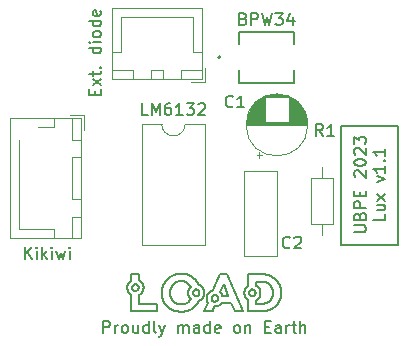
<source format=gbr>
%TF.GenerationSoftware,KiCad,Pcbnew,7.0.9*%
%TF.CreationDate,2023-12-15T09:36:50+01:00*%
%TF.ProjectId,VisibleLight,56697369-626c-4654-9c69-6768742e6b69,1.1*%
%TF.SameCoordinates,Original*%
%TF.FileFunction,Legend,Top*%
%TF.FilePolarity,Positive*%
%FSLAX46Y46*%
G04 Gerber Fmt 4.6, Leading zero omitted, Abs format (unit mm)*
G04 Created by KiCad (PCBNEW 7.0.9) date 2023-12-15 09:36:50*
%MOMM*%
%LPD*%
G01*
G04 APERTURE LIST*
%ADD10C,0.200004*%
%ADD11C,0.150000*%
%ADD12C,0.120000*%
%ADD13C,0.127000*%
%ADD14C,0.200000*%
G04 APERTURE END LIST*
D10*
X60414410Y-38614874D02*
X60445384Y-38647526D01*
X67912459Y-39123299D02*
X67909392Y-39136770D01*
X67796950Y-39298094D02*
X67785808Y-39305338D01*
X66483507Y-38040562D02*
X66441424Y-38010285D01*
X60829955Y-38410383D02*
X60817485Y-38405395D01*
X70592852Y-38737567D02*
X70586239Y-38725906D01*
X65852826Y-39837456D02*
X65882307Y-39812403D01*
X71503208Y-38717950D02*
X71507126Y-38693518D01*
X65857528Y-37346760D02*
X65827426Y-37322860D01*
X71774768Y-37666738D02*
X71798762Y-37669697D01*
X63999905Y-39126168D02*
X63988377Y-39105916D01*
X65372107Y-40110564D02*
X65410439Y-40096249D01*
X66152163Y-39507270D02*
X66172344Y-39476830D01*
X71781133Y-37042022D02*
X71737708Y-37039715D01*
X66340517Y-38593187D02*
X66340159Y-38607513D01*
X65578513Y-39083538D02*
X65603755Y-39108071D01*
X65354154Y-39404473D02*
X65335905Y-39417950D01*
X66654244Y-38234200D02*
X66625932Y-38190396D01*
X65254530Y-40147650D02*
X65294152Y-40136266D01*
X72111942Y-37093643D02*
X72072196Y-37083970D01*
X67729174Y-39758000D02*
X67770908Y-39751398D01*
X64591731Y-37620001D02*
X64615541Y-37615495D01*
X65589500Y-39133581D02*
X65574564Y-39158563D01*
X68176198Y-38628173D02*
X68161943Y-38610995D01*
X72564822Y-38542792D02*
X72565621Y-38567868D01*
X63956461Y-39992830D02*
X63990985Y-40011850D01*
X66652405Y-38955158D02*
X66665587Y-38932279D01*
X65959040Y-38336601D02*
X65971509Y-38331613D01*
X67390414Y-39175566D02*
X67385496Y-39162921D01*
X72816831Y-39699981D02*
X72843346Y-39673579D01*
X65510528Y-39002582D02*
X65531848Y-39030742D01*
X65574564Y-39158563D02*
X65558951Y-39183018D01*
X71055388Y-38437507D02*
X71062532Y-38448806D01*
X72869099Y-37535612D02*
X72843345Y-37508641D01*
X70141178Y-38593187D02*
X70142665Y-38639418D01*
X70154286Y-38457019D02*
X70150329Y-38479158D01*
X66339099Y-38564722D02*
X66340159Y-38578860D01*
X71693819Y-40148040D02*
X71737709Y-40146643D01*
X64367605Y-40158052D02*
X64407888Y-40167473D01*
X67021462Y-38772119D02*
X67009593Y-38799310D01*
X66743866Y-38482940D02*
X66733411Y-38429787D01*
X67774308Y-39312045D02*
X67762468Y-39318196D01*
X67846687Y-39254412D02*
X67837593Y-39264084D01*
X71950216Y-40125636D02*
X71991335Y-40118621D01*
X67561791Y-38801236D02*
X67574820Y-38797482D01*
X67489918Y-39298094D02*
X67479151Y-39290328D01*
X63966669Y-39064336D02*
X63956491Y-39043006D01*
X66087638Y-39595593D02*
X66109809Y-39566651D01*
X60924356Y-38427285D02*
X60910229Y-38426923D01*
X72065194Y-37746509D02*
X72085361Y-37756194D01*
X70653036Y-38378315D02*
X70663410Y-38370047D01*
X65262223Y-37038916D02*
X65222395Y-37028465D01*
X72489820Y-38195928D02*
X72498406Y-38217244D01*
X64050501Y-39203637D02*
X64037180Y-39184798D01*
X73265174Y-38674787D02*
X73266551Y-38634167D01*
X70827693Y-38871662D02*
X70813565Y-38871300D01*
X71514207Y-38593186D02*
X71512416Y-38542530D01*
X63860568Y-38618533D02*
X63860301Y-38593186D01*
X67449275Y-38870293D02*
X67458812Y-38861071D01*
X67588104Y-38794372D02*
X67601624Y-38791922D01*
X61005999Y-38414762D02*
X60992970Y-38418516D01*
X72986448Y-39502747D02*
X73007631Y-39472201D01*
X63496283Y-37598546D02*
X63473151Y-37629227D01*
X60689516Y-38004429D02*
X60696660Y-37993130D01*
X63864573Y-38693458D02*
X63862704Y-38668668D01*
X63912638Y-38247973D02*
X63920382Y-38225399D01*
X65010147Y-37625773D02*
X65033311Y-37631644D01*
X61260310Y-39526378D02*
X61260310Y-38756125D01*
X61463149Y-37717380D02*
X61434302Y-37682746D01*
X66270819Y-37870370D02*
X66254046Y-37836707D01*
X67855319Y-39244307D02*
X67846687Y-39254412D01*
X65558951Y-39183018D02*
X65542662Y-39206945D01*
X61317291Y-38719765D02*
X61335427Y-38706444D01*
X64338085Y-39463818D02*
X64318271Y-39451980D01*
X65509049Y-38185874D02*
X65489376Y-38215044D01*
X61127609Y-38336033D02*
X61118516Y-38345706D01*
X66337352Y-38550788D02*
X66339099Y-38564722D01*
X60312867Y-37832090D02*
X60302912Y-37852641D01*
X72548908Y-38397439D02*
X72552877Y-38421056D01*
X61077872Y-37917905D02*
X61088639Y-37925670D01*
X72539400Y-38846209D02*
X72533863Y-38868899D01*
X64799803Y-36978617D02*
X64755435Y-36979117D01*
X65109957Y-39535171D02*
X65087536Y-39542635D01*
X65944006Y-37422660D02*
X65915820Y-37396660D01*
X70569755Y-38688919D02*
X70565436Y-38675981D01*
X73200950Y-38117288D02*
X73189482Y-38080764D01*
X73229851Y-38229084D02*
X73221135Y-38191449D01*
X64711504Y-36980616D02*
X64668010Y-36983113D01*
X63862704Y-38668668D02*
X63861369Y-38643693D01*
X65807973Y-38497455D02*
X65812891Y-38484810D01*
X72514138Y-38260835D02*
X72521231Y-38282994D01*
X70427094Y-39158576D02*
X70462525Y-39182726D01*
X72249307Y-37862617D02*
X72265572Y-37876574D01*
X66323849Y-38688919D02*
X66318931Y-38701564D01*
X61165810Y-38016091D02*
X61171875Y-38028098D01*
X71101940Y-38607513D02*
X71100879Y-38621652D01*
X66080038Y-38315073D02*
X66093981Y-38316149D01*
X70553087Y-38593187D02*
X70553444Y-38578860D01*
X67871130Y-39222868D02*
X67863473Y-39233786D01*
X65133091Y-40175908D02*
X65173999Y-40167473D01*
X70785883Y-38868453D02*
X70772362Y-38866003D01*
X60770840Y-37917905D02*
X60781982Y-37910660D01*
X66307365Y-38725906D02*
X66300751Y-38737567D01*
X66024101Y-38868453D02*
X66010581Y-38866003D01*
X66319697Y-39240237D02*
X66343987Y-39229867D01*
X60461636Y-37634546D02*
X60445384Y-37650094D01*
X71288793Y-38077431D02*
X71253118Y-38046773D01*
X64489803Y-40183358D02*
X64531432Y-40189821D01*
X70141552Y-38569976D02*
X70141178Y-38593187D01*
X66285950Y-38759785D02*
X66277796Y-38770305D01*
X64318271Y-39451980D02*
X64298812Y-39439705D01*
X64155958Y-39325618D02*
X64139704Y-39309352D01*
X71866596Y-37049403D02*
X71824096Y-37045252D01*
X71075211Y-38472475D02*
X71080712Y-38484810D01*
X66397078Y-37983214D02*
X66350631Y-37959517D01*
X64947983Y-39574880D02*
X64923885Y-39578164D01*
X61198604Y-38163137D02*
X61197544Y-38177275D01*
X68147157Y-38594301D02*
X68131854Y-38578106D01*
X60696660Y-37993130D02*
X60704317Y-37982212D01*
X67052530Y-39422268D02*
X67065009Y-39442835D01*
X67863473Y-38900591D02*
X67871130Y-38911509D01*
X60910229Y-38426923D02*
X60896286Y-38425847D01*
X64825099Y-39585329D02*
X64799803Y-39585628D01*
X71234514Y-39154007D02*
X71253118Y-39139599D01*
X61171875Y-38028098D02*
X61177376Y-38040433D01*
X68097958Y-39589030D02*
X68127428Y-39561023D01*
X66302247Y-37939360D02*
X66286886Y-37904587D01*
X71215418Y-38018593D02*
X71175815Y-37993017D01*
X64577390Y-39560776D02*
X64554143Y-39554932D01*
X67698764Y-38794372D02*
X67712048Y-38797482D01*
X66263257Y-39317101D02*
X66279435Y-39283643D01*
X68116046Y-38562424D02*
X68099746Y-38547269D01*
X67965001Y-39682465D02*
X68000342Y-39662056D01*
X60910229Y-37870696D02*
X60924356Y-37870334D01*
X70607654Y-38759785D02*
X70599996Y-38748866D01*
X70580173Y-38472475D02*
X70586239Y-38460468D01*
X61197544Y-38177275D02*
X61195797Y-38191209D01*
X61018758Y-38410383D02*
X61005999Y-38414762D01*
X66560228Y-38110069D02*
X66523163Y-38073879D01*
X68084264Y-37008243D02*
X67508177Y-38384330D01*
X67878274Y-39211569D02*
X67871130Y-39222868D01*
X72556321Y-38444917D02*
X72559239Y-38469021D01*
X72312025Y-39269823D02*
X72296931Y-39285046D01*
X71822481Y-37673190D02*
X71845925Y-37677215D01*
X66441424Y-38010285D02*
X66397078Y-37983214D01*
X63946695Y-38159239D02*
X63956339Y-38137838D01*
X73255541Y-38794503D02*
X73259669Y-38754954D01*
X66191860Y-39445889D02*
X66210710Y-39414447D01*
X60649750Y-38148810D02*
X60650108Y-38134483D01*
X66138558Y-37646352D02*
X66116830Y-37616559D01*
X72303843Y-37155777D02*
X72266370Y-37141515D01*
X63492151Y-39594664D02*
X63515970Y-39624376D01*
X63860301Y-38593186D02*
X63860301Y-38584299D01*
X67029649Y-39379761D02*
X67040738Y-39401238D01*
X66752425Y-38593187D02*
X66750258Y-38537463D01*
X64448621Y-40175908D02*
X64489803Y-40183358D01*
X64874971Y-39582941D02*
X64850155Y-39584433D01*
X68099746Y-38547269D02*
X68099747Y-38547269D01*
X72894092Y-37563158D02*
X72869099Y-37535612D01*
X60721103Y-38336033D02*
X60712471Y-38325928D01*
X70251629Y-38972164D02*
X70275990Y-39007701D01*
X67395915Y-38946477D02*
X67401980Y-38934470D01*
X63999091Y-38055512D02*
X64010823Y-38035753D01*
X73047705Y-39409328D02*
X73066596Y-39377000D01*
X65760497Y-39908227D02*
X65791922Y-39885368D01*
X66107721Y-38317920D02*
X66121241Y-38320370D01*
X71093650Y-38523606D02*
X71096717Y-38537077D01*
X66367793Y-39218590D02*
X66391094Y-39206428D01*
X71195847Y-39180900D02*
X71215418Y-39167779D01*
X71134432Y-39526376D02*
X71134432Y-39216202D01*
X64218138Y-37076206D02*
X64179815Y-37090612D01*
X70653036Y-38808058D02*
X70643071Y-38799304D01*
X67195619Y-38539410D02*
X67174103Y-38559028D01*
X65188419Y-37689951D02*
X65209465Y-37700495D01*
X64141917Y-37106006D02*
X64104609Y-37122254D01*
X66147555Y-38327234D02*
X66160313Y-38331613D01*
X61197544Y-38120345D02*
X61198604Y-38134483D01*
X65018838Y-39561444D02*
X64995459Y-39566520D01*
X71338239Y-39058579D02*
X71353576Y-39040687D01*
X61604387Y-38244858D02*
X61607203Y-38221188D01*
X66230194Y-38370047D02*
X66240568Y-38378315D01*
X71492899Y-38765923D02*
X71498460Y-38742090D01*
X63881930Y-38363803D02*
X63887004Y-38340247D01*
X66738873Y-38731484D02*
X66743696Y-38704484D01*
X66065911Y-38871662D02*
X66051784Y-38871300D01*
X71725950Y-39524088D02*
X71701124Y-39525360D01*
X71047731Y-38426589D02*
X71055388Y-38437507D01*
X67855319Y-38890070D02*
X67863473Y-38900591D01*
X61434302Y-38614874D02*
X61448998Y-38597798D01*
X73244531Y-38305461D02*
X73237650Y-38267089D01*
X64850155Y-39584433D02*
X64825099Y-39585329D01*
X61525250Y-38485695D02*
X61535845Y-38465530D01*
X70427094Y-38027797D02*
X70393276Y-38054082D01*
X60588402Y-37541495D02*
X60568994Y-37553001D01*
X64035540Y-37997224D02*
X64048525Y-37978456D01*
X67431549Y-38890070D02*
X67440181Y-38879965D01*
X64455053Y-37659548D02*
X64477097Y-37651472D01*
X70158925Y-38435129D02*
X70154286Y-38457019D01*
X63905429Y-38908390D02*
X63898753Y-38885225D01*
X71175815Y-37993017D02*
X71134432Y-37970170D01*
X63869914Y-38435618D02*
X63873385Y-38411490D01*
X61571694Y-38381140D02*
X61578955Y-38359178D01*
X70813565Y-38871300D02*
X70799623Y-38870224D01*
X71062532Y-38448806D02*
X71069145Y-38460468D01*
X61186612Y-38231604D02*
X61182294Y-38244542D01*
X63988377Y-39105916D02*
X63977298Y-39085306D01*
X72406394Y-38038660D02*
X72418251Y-38057009D01*
X60568994Y-37553001D02*
X60549996Y-37565126D01*
X66709661Y-38835545D02*
X66718410Y-38810163D01*
X64139704Y-39309352D02*
X64123805Y-39292636D01*
X72894093Y-39619002D02*
X72918325Y-39590827D01*
X67458222Y-40148505D02*
X67616558Y-39763082D01*
X68294306Y-38845000D02*
X68286736Y-38823440D01*
X64298812Y-39439705D02*
X64279709Y-39426992D01*
X67401980Y-39199907D02*
X67395915Y-39187900D01*
X73259669Y-38754954D02*
X73262881Y-38715049D01*
X60358952Y-37753888D02*
X60346518Y-37772811D01*
X70827693Y-38314710D02*
X70841820Y-38315073D01*
X71676018Y-39526123D02*
X71650633Y-39526376D01*
X60244326Y-38052762D02*
X60241509Y-38076432D01*
X60730197Y-38345706D02*
X60721103Y-38336033D01*
X65455238Y-38911675D02*
X65472172Y-38942997D01*
X64022973Y-38016323D02*
X64035540Y-37997224D01*
X60371971Y-37735407D02*
X60358952Y-37753888D01*
X61118516Y-38345706D02*
X61108978Y-38354927D01*
X72480823Y-38174976D02*
X72489820Y-38195928D01*
X65426115Y-38846230D02*
X65439868Y-38879402D01*
X67549033Y-38805615D02*
X67561791Y-38801236D01*
X63408200Y-37724590D02*
X63388029Y-37757481D01*
X67000768Y-39312808D02*
X67009648Y-39335530D01*
X63331936Y-37859446D02*
X63314710Y-37894527D01*
X61190314Y-38079229D02*
X61193381Y-38092700D01*
X60869026Y-37875993D02*
X60882546Y-37873543D01*
X67019281Y-39357852D02*
X67029649Y-39379761D01*
X70799623Y-38316149D02*
X70813565Y-38315073D01*
X67890953Y-39187900D02*
X67884888Y-39199907D01*
X67449275Y-39264084D02*
X67440181Y-39254412D01*
X71099132Y-38635586D02*
X71096717Y-38649297D01*
X64498381Y-37003064D02*
X64457057Y-37010539D01*
X67601624Y-39342455D02*
X67588104Y-39340005D01*
X65379397Y-38593187D02*
X65380401Y-38631207D01*
X67671504Y-38790151D02*
X67685244Y-38791922D01*
X67851701Y-39730768D02*
X67890601Y-39716901D01*
X66228894Y-39382502D02*
X66246410Y-39350053D01*
X61419074Y-38631455D02*
X61434302Y-38614874D01*
X66240568Y-38378315D02*
X66250533Y-38387069D01*
X60445384Y-38647526D02*
X60478379Y-38678085D01*
X66973095Y-39218254D02*
X66978804Y-39242411D01*
X67918040Y-39067189D02*
X67917683Y-39081515D01*
X67818091Y-39282060D02*
X67807716Y-39290328D01*
X67536563Y-38810603D02*
X67549033Y-38805615D01*
X63591907Y-39709961D02*
X63618705Y-39737308D01*
X67629996Y-39763341D02*
X67643435Y-39763378D01*
X63520156Y-37568422D02*
X63496283Y-37598546D01*
X71693818Y-37038330D02*
X71649464Y-37037869D01*
X72143522Y-39402228D02*
X72124525Y-39413029D01*
X65791663Y-38578860D02*
X65792723Y-38564722D01*
X70991975Y-38816326D02*
X70981208Y-38824092D01*
X67896454Y-38958812D02*
X67901372Y-38971457D01*
X63239021Y-39117771D02*
X63251777Y-39155074D01*
X67385496Y-39162921D02*
X67381178Y-39149983D01*
X65838215Y-38437507D02*
X65845872Y-38426589D01*
X65871751Y-38790083D02*
X65862658Y-38780410D01*
X61585510Y-37960723D02*
X61571694Y-37916480D01*
X60531422Y-37577855D02*
X60513285Y-37591176D01*
X63824750Y-39909755D02*
X63856722Y-39931575D01*
X67478939Y-38390935D02*
X67450185Y-38398788D01*
X60284974Y-37894850D02*
X60277019Y-37916480D01*
X60760074Y-37925670D02*
X60770840Y-37917905D01*
X61118516Y-37951914D02*
X61127609Y-37961586D01*
X67928394Y-39700773D02*
X67965001Y-39682465D01*
X67588104Y-39340005D02*
X67574820Y-39336894D01*
X61077872Y-38379715D02*
X61066730Y-38386960D01*
X64249481Y-40123904D02*
X64288400Y-40136266D01*
X66992656Y-39289703D02*
X67000768Y-39312808D01*
X65472172Y-38942997D02*
X65490619Y-38973317D01*
X65799953Y-38523606D02*
X65803655Y-38510393D01*
X72228445Y-40056730D02*
X72266371Y-40043102D01*
X66219427Y-38824092D02*
X66208285Y-38831336D01*
X72552877Y-38776270D02*
X72548908Y-38799895D01*
X64624770Y-39570608D02*
X64600933Y-39566001D01*
X66337352Y-38635586D02*
X66334936Y-38649297D01*
X66260071Y-38396291D02*
X66269164Y-38405963D01*
X67737835Y-38805615D02*
X67750305Y-38810603D01*
X63298218Y-37930152D02*
X63282460Y-37966320D01*
X66478824Y-39149352D02*
X66499281Y-39133083D01*
X72162129Y-39390980D02*
X72143522Y-39402228D01*
X65845872Y-38759785D02*
X65838215Y-38748866D01*
X66719058Y-38378169D02*
X66700970Y-38328253D01*
X64931234Y-36983113D02*
X64887868Y-36980616D01*
X65603755Y-39108071D02*
X65589500Y-39133581D01*
X63166898Y-38428540D02*
X63163522Y-38469204D01*
X61335427Y-38706444D02*
X61353113Y-38692547D01*
X66989261Y-38855445D02*
X66980856Y-38884328D01*
X67394241Y-38418119D02*
X67367110Y-38429537D01*
X61298717Y-38732494D02*
X61317291Y-38719765D01*
X65881289Y-38799304D02*
X65871751Y-38790083D01*
X65123456Y-37661306D02*
X65145363Y-37670266D01*
X72296931Y-37905762D02*
X72312025Y-37920993D01*
X63650588Y-37426273D02*
X63623088Y-37453509D01*
X68127428Y-39561023D02*
X68155228Y-39531316D01*
X65571616Y-38030726D02*
X65586736Y-38055411D01*
X61387076Y-38663074D02*
X61403328Y-38647526D01*
X60992970Y-38418516D02*
X60979686Y-38421626D01*
X64242571Y-39400246D02*
X64224537Y-39386210D01*
X70275990Y-38178672D02*
X70251629Y-38214209D01*
X72440742Y-39097769D02*
X72429701Y-39116556D01*
X64123805Y-39292636D02*
X64108253Y-39275523D01*
X63866977Y-38718063D02*
X63864573Y-38693458D01*
X60257369Y-37983309D02*
X60252269Y-38006187D01*
X70275990Y-39007701D02*
X70302428Y-39041577D01*
X63190036Y-38269199D02*
X63182807Y-38308538D01*
X67657562Y-38789075D02*
X67671504Y-38790151D01*
X61198604Y-38134483D02*
X61198962Y-38148810D01*
X66519107Y-39116058D02*
X66538278Y-39098296D01*
X67884888Y-39199907D02*
X67878274Y-39211569D01*
X68155228Y-39531316D02*
X68181279Y-39499991D01*
X70813565Y-38315073D02*
X70827693Y-38314710D01*
X61165810Y-38281529D02*
X61159196Y-38293190D01*
X73028050Y-39441062D02*
X73047705Y-39409328D01*
X65504051Y-37937610D02*
X65521985Y-37960060D01*
X65818392Y-38472475D02*
X65824457Y-38460468D01*
X72072197Y-40101768D02*
X72111943Y-40091927D01*
X67905690Y-39149983D02*
X67901372Y-39162921D01*
X66179886Y-37707593D02*
X66159576Y-37676696D01*
X63703214Y-39815446D02*
X63732647Y-39840080D01*
X70462525Y-39182726D02*
X70462525Y-40148505D01*
X60781982Y-37910660D02*
X60793482Y-37903953D01*
X72506530Y-38238918D02*
X72514138Y-38260835D01*
X65831071Y-38448806D02*
X65838215Y-38437507D01*
X65413658Y-38375486D02*
X65403403Y-38410125D01*
X67601624Y-38791922D02*
X67615364Y-38790151D01*
X72354901Y-39221906D02*
X72341014Y-39238231D01*
X61177376Y-38257187D02*
X61171875Y-38269522D01*
X64173025Y-40096249D02*
X64211022Y-40110564D01*
X60385563Y-37717380D02*
X60371971Y-37735407D01*
X73262881Y-38715049D02*
X73265174Y-38674787D01*
X65912395Y-38824092D02*
X65901628Y-38816326D01*
X72326721Y-39254204D02*
X72312025Y-39269823D01*
X60842713Y-37882857D02*
X60855742Y-37879103D01*
X63388029Y-37757481D02*
X63368594Y-37790922D01*
X72412684Y-37203261D02*
X72377049Y-37186731D01*
X63881930Y-38814664D02*
X63877391Y-38790785D01*
X64899548Y-39580851D02*
X64874971Y-39582941D01*
X66208285Y-38355037D02*
X66219427Y-38362281D01*
X64010823Y-38035753D02*
X64022973Y-38016323D01*
X64713725Y-37603460D02*
X64739007Y-37601952D01*
X66743696Y-38704484D02*
X66747483Y-38677133D01*
X62779406Y-40148505D02*
X62779406Y-39526378D01*
X70883023Y-38320370D02*
X70896306Y-38323480D01*
X72303844Y-40028524D02*
X72340769Y-40013280D01*
X65490619Y-38973317D02*
X65510528Y-39002582D01*
X71453432Y-38306438D02*
X71432488Y-38263531D01*
X60704317Y-37982212D02*
X60712471Y-37971691D01*
X72733357Y-37407276D02*
X72704222Y-37383700D01*
X64329559Y-37719408D02*
X64349542Y-37708228D01*
X65923537Y-38355037D02*
X65935036Y-38348330D01*
X65563891Y-37156791D02*
X65528135Y-37139168D01*
X63990985Y-40011850D02*
X64026149Y-40030172D01*
X65485440Y-37915703D02*
X65504051Y-37937610D01*
X72340768Y-37170903D02*
X72303843Y-37155777D01*
X72447673Y-37220494D02*
X72412684Y-37203261D01*
X72412685Y-39980654D02*
X72447674Y-39963275D01*
X71737709Y-40146643D02*
X71781135Y-40144312D01*
X72643992Y-39844188D02*
X72674434Y-39821888D01*
X64296064Y-37050357D02*
X64256887Y-37062787D01*
X67643435Y-39763378D02*
X67686656Y-39762021D01*
X60358952Y-38543732D02*
X60385563Y-38580240D01*
X64075748Y-37941913D02*
X64089986Y-37924140D01*
X67501060Y-38829039D02*
X67512560Y-38822332D01*
X72482015Y-37238430D02*
X72447673Y-37220494D01*
X61144395Y-38315408D02*
X61136241Y-38325928D01*
X60241509Y-38076432D02*
X60239481Y-38100339D01*
X65439211Y-38308601D02*
X65425611Y-38341627D01*
X66457755Y-39164842D02*
X66478824Y-39149352D01*
X72559239Y-38728079D02*
X72556321Y-38752332D01*
X65971509Y-38331613D02*
X65984267Y-38327234D01*
X70565436Y-38510393D02*
X70569755Y-38497455D01*
X71737708Y-37039715D02*
X71693818Y-37038330D01*
X72124525Y-37776850D02*
X72143522Y-37787821D01*
X63228566Y-38115134D02*
X63217492Y-38153157D01*
X64648901Y-39574598D02*
X64624770Y-39570608D01*
X63976879Y-38096018D02*
X63987776Y-38075600D01*
X67079607Y-38669888D02*
X67063528Y-38694406D01*
X64887868Y-36980616D02*
X64844058Y-36979117D01*
X66957609Y-39035723D02*
X66956920Y-39067189D01*
X66318931Y-38701564D02*
X66313430Y-38713899D01*
X68239063Y-38720826D02*
X68227654Y-38701442D01*
X70685319Y-38831336D02*
X70674177Y-38824092D01*
X67615364Y-38790151D02*
X67629307Y-38789075D01*
X64416163Y-37019006D02*
X64375701Y-37028465D01*
X65886993Y-37371360D02*
X65857528Y-37346760D01*
X65383382Y-38668690D02*
X65388286Y-38705583D01*
X60730197Y-37951914D02*
X60739734Y-37942692D01*
X63216344Y-39042138D02*
X63227210Y-39080125D01*
X63159179Y-38593187D02*
X63159179Y-38602074D01*
X67807716Y-38844049D02*
X67818091Y-38852317D01*
X60293609Y-37873566D02*
X60284974Y-37894850D01*
X66246410Y-39350053D02*
X66263257Y-39317101D01*
X72023688Y-39460312D02*
X72002411Y-39468377D01*
X65854026Y-38770305D02*
X65845872Y-38759785D01*
X71701124Y-37661077D02*
X71725950Y-37662427D01*
X71175815Y-39193355D02*
X71195847Y-39180900D01*
X73266551Y-38634167D02*
X73267009Y-38593187D01*
X63767205Y-37324733D02*
X63737061Y-37349010D01*
X67241034Y-38502968D02*
X67217939Y-38520714D01*
X70580173Y-38713899D02*
X70574673Y-38701564D01*
X71021851Y-38790083D02*
X71012314Y-38799304D01*
X71869095Y-39505637D02*
X71845925Y-39510009D01*
X64411849Y-37677475D02*
X64433304Y-37668216D01*
X60805322Y-37897802D02*
X60817485Y-37892224D01*
X72340769Y-40013280D02*
X72377050Y-39997323D01*
X63565850Y-39682024D02*
X63591907Y-39709961D01*
X70733291Y-38854760D02*
X70720822Y-38849772D01*
X60445384Y-37650094D02*
X60429638Y-37666165D01*
X63892611Y-38861882D02*
X63887004Y-38838362D01*
X63956491Y-39043006D02*
X63946763Y-39021313D01*
X67423395Y-39233786D02*
X67415738Y-39222868D01*
X72986448Y-37679090D02*
X72964502Y-37649246D01*
X63429111Y-37692250D02*
X63408200Y-37724590D01*
X64540138Y-36996583D02*
X64498381Y-37003064D01*
X70586239Y-38725906D02*
X70580173Y-38713899D01*
X66116830Y-37616559D02*
X66094393Y-37587317D01*
X70855762Y-38316149D02*
X70869502Y-38317920D01*
X64723046Y-39582874D02*
X64698040Y-39580730D01*
X67615364Y-39344226D02*
X67601624Y-39342455D01*
X63937469Y-38180968D02*
X63946695Y-38159239D01*
X60239481Y-38100339D02*
X60238254Y-38124470D01*
X61545800Y-38444979D02*
X61555103Y-38424054D01*
X63282460Y-37966320D02*
X63267547Y-38003033D01*
X64600933Y-39566001D02*
X64577390Y-39560776D01*
X64965183Y-40199775D02*
X65007800Y-40195293D01*
X72941794Y-37619976D02*
X72918324Y-37591280D01*
X70209511Y-38896485D02*
X70229439Y-38935061D01*
X64407888Y-40167473D02*
X64448621Y-40175908D01*
X71062532Y-38737567D02*
X71055388Y-38748866D01*
X61171875Y-38269522D02*
X61165810Y-38281529D01*
X64327775Y-40147650D02*
X64367605Y-40158052D01*
X65372008Y-39390539D02*
X65354154Y-39404473D01*
X70720822Y-38849772D02*
X70708658Y-38844194D01*
X66293607Y-38437507D02*
X66300751Y-38448806D01*
X73237650Y-38911028D02*
X73244531Y-38872538D01*
X63928660Y-38203024D02*
X63937469Y-38180968D01*
X67725077Y-39333141D02*
X67712048Y-39336894D01*
X70772362Y-38320370D02*
X70785883Y-38317920D01*
X67096664Y-38646112D02*
X67079607Y-38669888D01*
X60749699Y-38363681D02*
X60739734Y-38354927D01*
X64688737Y-37605568D02*
X64713725Y-37603460D01*
X65258978Y-39467267D02*
X65238765Y-39478444D01*
X64335668Y-37038916D02*
X64296064Y-37050357D01*
X67712048Y-39336894D02*
X67698764Y-39340005D01*
X66285950Y-38426589D02*
X66293607Y-38437507D01*
X63189415Y-38926135D02*
X63197447Y-38965141D01*
X66726209Y-38784345D02*
X66733038Y-38758111D01*
X72265572Y-37876574D02*
X72281446Y-37890956D01*
X67896454Y-39175566D02*
X67890953Y-39187900D01*
X72674434Y-39821888D02*
X72704223Y-39798892D01*
X71725950Y-37662427D02*
X71750498Y-37664314D01*
X66230194Y-38816326D02*
X66219427Y-38824092D01*
X70142665Y-38546956D02*
X70141552Y-38569976D01*
X63927765Y-37214369D02*
X63894346Y-37234977D01*
X71959053Y-37705283D02*
X71980867Y-37712475D01*
X70554505Y-38621652D02*
X70553444Y-38607513D01*
X63793414Y-39887233D02*
X63824750Y-39909755D01*
X66250533Y-38799304D02*
X66240568Y-38808058D01*
X67340578Y-38442084D02*
X67314676Y-38455731D01*
X71134432Y-39216202D02*
X71155339Y-39205127D01*
X63873385Y-38411490D02*
X63877391Y-38387551D01*
X63207379Y-38191509D02*
X63198226Y-38230189D01*
X66010581Y-38320370D02*
X66024101Y-38317920D01*
X63961837Y-37194491D02*
X63927765Y-37214369D01*
D11*
X78365500Y-24494000D02*
X83191500Y-24494000D01*
X83191500Y-34527000D01*
X78365500Y-34527000D01*
X78365500Y-24494000D01*
D10*
X73102083Y-39310559D02*
X73118679Y-39276445D01*
X67377476Y-38997608D02*
X67381178Y-38984395D01*
X65439868Y-38879402D02*
X65455238Y-38911675D01*
X65959040Y-38849772D02*
X65946877Y-38844194D01*
X65209465Y-37700495D02*
X65230154Y-37711477D01*
X60302912Y-37852641D02*
X60293609Y-37873566D01*
X72105138Y-37766308D02*
X72124525Y-37776850D01*
X68269592Y-38781314D02*
X68260045Y-38760777D01*
X65448340Y-40080960D02*
X65485642Y-40064706D01*
X72941795Y-39562059D02*
X72964503Y-39532700D01*
X64963068Y-37615885D02*
X64986732Y-37620520D01*
X72964502Y-37649246D02*
X72941794Y-37619976D01*
X65791305Y-38593187D02*
X65791663Y-38578860D01*
X72548755Y-37276412D02*
X72515710Y-37257069D01*
X67623304Y-39763253D02*
X67629996Y-39763341D01*
X60952426Y-37871772D02*
X60966166Y-37873543D01*
X61136241Y-37971691D02*
X61144395Y-37982212D01*
X63905429Y-38270747D02*
X63912638Y-38247973D01*
X70981208Y-38362281D02*
X70991975Y-38370047D01*
X73163792Y-39170706D02*
X73177096Y-39134644D01*
X72556321Y-38752332D02*
X72552877Y-38776270D01*
X60793482Y-37903953D02*
X60805322Y-37897802D01*
X65915820Y-37396660D02*
X65886993Y-37371360D01*
X73118679Y-39276445D02*
X73134508Y-39241734D01*
X70685319Y-38355037D02*
X70696818Y-38348330D01*
X73118678Y-37904024D02*
X73102083Y-37870177D01*
X65971509Y-38854760D02*
X65959040Y-38849772D01*
X64995459Y-39566520D02*
X64971841Y-39570998D01*
X66172782Y-38336601D02*
X66184945Y-38342179D01*
X71845925Y-37677215D02*
X71869095Y-37681772D01*
X70759079Y-38862893D02*
X70746049Y-38859139D01*
X72447674Y-39963275D02*
X72482016Y-39945187D01*
X67512560Y-39312045D02*
X67501060Y-39305338D01*
X64061928Y-37960019D02*
X64075748Y-37941913D01*
X71512416Y-38542530D02*
X71507126Y-38492854D01*
X71215418Y-39167779D02*
X71234514Y-39154007D01*
X73134508Y-39241734D02*
X73149571Y-39206427D01*
X70361164Y-39103966D02*
X70393276Y-39132291D01*
X73266551Y-38543376D02*
X73265174Y-38502813D01*
X65454766Y-37106006D02*
X65417136Y-37090612D01*
X68278494Y-38802206D02*
X68269592Y-38781314D01*
X67811777Y-39742294D02*
X67851701Y-39730768D01*
X72377050Y-39997323D02*
X72412685Y-39980654D01*
X65301611Y-37050357D02*
X65262223Y-37038916D01*
X72044636Y-37737254D02*
X72065194Y-37746509D01*
X60938484Y-37870696D02*
X60952426Y-37871772D01*
X72918324Y-37591280D02*
X72894092Y-37563158D01*
X63892611Y-38316885D02*
X63898753Y-38293718D01*
X64971841Y-39570998D02*
X64947983Y-39574880D01*
X64464122Y-39525351D02*
X64442364Y-39516400D01*
X72381460Y-38003105D02*
X72394130Y-38020691D01*
X64568215Y-37625105D02*
X64591731Y-37620001D01*
X65101298Y-37652963D02*
X65123456Y-37661306D01*
X66064806Y-39624039D02*
X66087638Y-39595593D01*
X71047731Y-38759785D02*
X71039577Y-38770305D01*
X71096717Y-38649297D02*
X71093650Y-38662768D01*
X60478379Y-37619535D02*
X60461636Y-37634546D01*
X61489760Y-38543732D02*
X61502194Y-38524809D01*
X61604387Y-38052762D02*
X61596443Y-38006187D01*
X72232652Y-39341548D02*
X72215606Y-39354571D01*
X63732647Y-39840080D02*
X63762713Y-39864008D01*
X61260310Y-38756125D02*
X61279719Y-38744619D01*
X65992347Y-39706400D02*
X66017159Y-39679441D01*
X70462525Y-40148505D02*
X71649465Y-40148505D01*
X61182294Y-38053078D02*
X61186612Y-38066016D01*
X72044636Y-39451755D02*
X72023688Y-39460312D01*
X63707576Y-37374025D02*
X63678751Y-37399779D01*
X64378784Y-39486187D02*
X64358256Y-39475220D01*
X64755435Y-36979117D02*
X64711504Y-36980616D01*
X72326721Y-37936632D02*
X72341014Y-37952666D01*
X66733038Y-38758111D02*
X66738873Y-38731484D01*
X71096717Y-38537077D02*
X71099132Y-38550788D01*
X63946763Y-39021313D02*
X63937486Y-38999255D01*
X65845872Y-38426589D02*
X65854026Y-38416068D01*
X64673325Y-39577972D02*
X64648901Y-39574598D01*
X65601126Y-38080673D02*
X65576202Y-38105146D01*
X60334684Y-38505459D02*
X60358952Y-38543732D01*
X60781982Y-38386960D02*
X60770840Y-38379715D01*
X71420973Y-38943653D02*
X71432488Y-38922840D01*
X72266371Y-40043102D02*
X72303844Y-40028524D01*
X70184065Y-38350305D02*
X70176815Y-38371077D01*
X64658973Y-40203264D02*
X64702365Y-40205758D01*
X71798762Y-37669697D02*
X71822481Y-37673190D01*
X66980856Y-38884328D02*
X66973664Y-38913717D01*
X70883023Y-38866003D02*
X70869502Y-38868453D01*
X66071246Y-37558626D02*
X66047389Y-37530485D01*
X67685244Y-38791922D02*
X67698764Y-38794372D01*
X67890953Y-38946477D02*
X67896454Y-38958812D01*
X64939154Y-37611869D02*
X64963068Y-37615885D01*
X60658398Y-38079229D02*
X60662100Y-38066016D01*
X68161943Y-38610995D02*
X68147157Y-38594301D01*
X73047705Y-37772059D02*
X73028049Y-37740497D01*
X60252269Y-38291433D02*
X60263202Y-38336897D01*
X70021696Y-40148505D02*
X68707094Y-37008243D01*
X67671504Y-39344226D02*
X67657562Y-39345302D01*
X65383340Y-38518199D02*
X65380391Y-38555434D01*
X60655331Y-38204920D02*
X60652915Y-38191209D01*
X61585510Y-38336897D02*
X61591344Y-38314311D01*
X73149571Y-39206427D02*
X73163792Y-39170706D01*
X72918325Y-39590827D02*
X72941795Y-39562059D01*
X68260045Y-38760777D02*
X68249864Y-38740610D01*
X65290064Y-37747058D02*
X65309313Y-37759798D01*
X61370334Y-37619535D02*
X61335427Y-37591176D01*
X67371994Y-39024790D02*
X67374409Y-39011079D01*
X66556776Y-39079820D02*
X66574577Y-39060651D01*
X65695698Y-39951748D02*
X65728423Y-39930353D01*
X73267009Y-38593187D02*
X73267009Y-38584300D01*
X65791922Y-39885368D02*
X65822698Y-39861777D01*
X71498460Y-38742090D02*
X71503208Y-38717950D01*
X65016635Y-36991097D02*
X64974156Y-36986607D01*
X60676837Y-38028098D02*
X60682902Y-38016091D01*
X70302428Y-38144797D02*
X70275990Y-38178672D01*
X71891992Y-39500744D02*
X71869095Y-39505637D01*
X70302428Y-39041577D02*
X70330850Y-39073697D01*
X70624439Y-38405963D02*
X70633533Y-38396291D01*
X66436097Y-39179533D02*
X66457755Y-39164842D01*
X70176815Y-38371077D02*
X70170201Y-38392147D01*
X71822481Y-39513859D02*
X71798762Y-39517190D01*
X70558668Y-38537077D02*
X70561735Y-38523606D01*
X70674177Y-38362281D02*
X70685319Y-38355037D01*
X72111943Y-40091927D02*
X72151232Y-40081141D01*
X61260310Y-37037868D02*
X60588402Y-37037868D01*
X67501060Y-39305338D02*
X67489918Y-39298094D01*
X70896306Y-38862893D02*
X70883023Y-38866003D01*
X66679311Y-38280208D02*
X66654244Y-38234200D01*
X61152052Y-37993130D02*
X61159196Y-38004429D01*
X73200950Y-39061491D02*
X73211501Y-39024396D01*
X65294152Y-40136266D02*
X65333345Y-40123904D01*
X65599026Y-37175111D02*
X65563891Y-37156791D01*
X60842713Y-38414762D02*
X60829955Y-38410383D01*
X72704223Y-39798892D02*
X72733358Y-39775201D01*
X66250533Y-38387069D02*
X66260071Y-38396291D01*
X66269164Y-38780410D02*
X66260071Y-38790083D01*
X72761837Y-37431558D02*
X72733357Y-37407276D01*
X65791663Y-38607513D02*
X65791305Y-38593187D01*
X65667424Y-37213838D02*
X65633537Y-37194126D01*
X60696660Y-38304489D02*
X60689516Y-38293190D01*
X70922094Y-38331613D02*
X70934563Y-38336601D01*
X67374409Y-39123299D02*
X67371994Y-39109588D01*
X60938484Y-38426923D02*
X60924356Y-38427285D01*
X60478379Y-38678085D02*
X60513285Y-38706444D01*
X65831071Y-38737567D02*
X65824457Y-38725906D01*
X60855742Y-37879103D02*
X60869026Y-37875993D01*
X60855742Y-38418516D02*
X60842713Y-38414762D01*
X65901628Y-38816326D02*
X65891254Y-38808058D01*
X65406533Y-39361302D02*
X65389468Y-39376148D01*
X70869502Y-38868453D02*
X70855762Y-38870224D01*
X67479151Y-38844049D02*
X67489918Y-38836284D01*
X72461601Y-39059147D02*
X72451376Y-39078633D01*
X64420906Y-39506825D02*
X64399667Y-39496722D01*
X72563491Y-38517958D02*
X72564822Y-38542792D01*
X67712048Y-38797482D02*
X67725077Y-38801236D01*
X65173999Y-40167473D02*
X65214479Y-40158052D01*
X66160313Y-38331613D02*
X66172782Y-38336601D01*
X60244326Y-38244858D02*
X60252269Y-38291433D01*
X72544415Y-38374064D02*
X72548908Y-38397439D01*
X71914617Y-39495326D02*
X71891992Y-39500744D01*
X65728423Y-39930353D02*
X65760497Y-39908227D01*
X64477097Y-37651472D02*
X64499435Y-37643989D01*
X65403403Y-38410125D02*
X65394898Y-38445492D01*
X67871130Y-38911509D02*
X67878274Y-38922808D01*
X71322320Y-38110443D02*
X71288793Y-38077431D01*
X70909336Y-38327234D02*
X70922094Y-38331613D01*
X70981208Y-38824092D02*
X70970066Y-38831336D01*
X60334684Y-37792161D02*
X60323462Y-37811925D01*
X66538278Y-39098296D02*
X66556776Y-39079820D01*
X60650108Y-38134483D02*
X60651168Y-38120345D01*
X65222395Y-37028465D02*
X65182126Y-37019006D01*
X67846687Y-38879965D02*
X67855319Y-38890070D01*
X71486541Y-38789434D02*
X71492899Y-38765923D01*
X67048459Y-38719637D02*
X67034427Y-38745552D01*
X63894346Y-37234977D02*
X63861578Y-37256316D01*
X65530112Y-38157800D02*
X65509049Y-38185874D01*
X64554143Y-39554932D02*
X64531191Y-39548468D01*
X67431549Y-39244307D02*
X67423395Y-39233786D01*
X65450200Y-37877610D02*
X65466160Y-37894330D01*
X60676837Y-38269522D02*
X60671336Y-38257187D01*
X65058671Y-36996583D02*
X65016635Y-36991097D01*
X65388286Y-38705583D02*
X65395062Y-38741835D01*
X65997542Y-37475853D02*
X65971551Y-37449360D01*
X60671336Y-38040433D02*
X60676837Y-38028098D01*
X71507126Y-38693518D02*
X71510201Y-38668810D01*
X72521231Y-38913351D02*
X72514138Y-38935114D01*
X60399714Y-37699822D02*
X60385563Y-37717380D01*
X60346518Y-37772811D02*
X60334684Y-37792161D01*
X72451376Y-39078633D02*
X72440742Y-39097769D01*
X60588402Y-37037868D02*
X60588402Y-37541495D01*
X71510201Y-38668810D02*
X71512416Y-38643841D01*
X72418251Y-38057009D02*
X72429701Y-38075737D01*
X71002349Y-38808058D02*
X70991975Y-38816326D01*
X66328167Y-38675981D02*
X66323849Y-38688919D01*
X61186612Y-38066016D02*
X61190314Y-38079229D01*
X66967714Y-38943580D02*
X66963035Y-38973889D01*
X63163522Y-38469204D02*
X63161110Y-38510199D01*
X64104642Y-37906698D02*
X64119716Y-37889590D01*
X71408783Y-38964018D02*
X71420973Y-38943653D01*
X66307365Y-38460468D02*
X66313430Y-38472475D01*
X60952426Y-38425847D02*
X60938484Y-38426923D01*
X63887004Y-38340247D02*
X63892611Y-38316885D01*
X66961037Y-39143938D02*
X66964196Y-39169002D01*
X67914875Y-39024790D02*
X67916622Y-39038724D01*
X67415738Y-38911509D02*
X67423395Y-38900591D01*
X63159652Y-38643737D02*
X63161069Y-38685073D01*
X66328167Y-38510393D02*
X66331869Y-38523606D01*
X61152052Y-38304489D02*
X61144395Y-38315408D01*
X65803655Y-38675981D02*
X65799953Y-38662768D01*
X61182294Y-38244542D02*
X61177376Y-38257187D01*
X66985329Y-39266232D02*
X66992656Y-39289703D01*
X71866598Y-40136848D02*
X71908637Y-40131711D01*
X72612897Y-39865791D02*
X72643992Y-39844188D01*
X70922094Y-38854760D02*
X70909336Y-38859139D01*
X72180345Y-39379288D02*
X72162129Y-39390980D01*
X64764584Y-37601047D02*
X64790455Y-37600745D01*
X70142665Y-38639418D02*
X70147066Y-38684838D01*
X60817485Y-38405395D02*
X60805322Y-38399817D01*
X64309966Y-37731051D02*
X64329559Y-37719408D01*
X71101940Y-38578860D02*
X71102297Y-38593187D01*
X64986732Y-37620520D02*
X65010147Y-37625773D01*
X70841820Y-38871300D02*
X70827693Y-38871662D01*
X72869100Y-39646586D02*
X72894093Y-39619002D01*
X66065911Y-38314710D02*
X66080038Y-38315073D01*
X72544415Y-38823208D02*
X72539400Y-38846209D01*
X70330850Y-38112677D02*
X70302428Y-38144797D01*
X66037841Y-38870224D02*
X66024101Y-38868453D01*
X61099013Y-38363681D02*
X61088639Y-38371949D01*
X64531191Y-39548468D02*
X64508537Y-39541384D01*
X67828055Y-39273306D02*
X67818091Y-39282060D01*
X60760074Y-38371949D02*
X60749699Y-38363681D01*
X61136241Y-38325928D02*
X61127609Y-38336033D01*
X67657562Y-39345302D02*
X67643434Y-39345664D01*
X64668010Y-36983113D02*
X64624952Y-36986607D01*
X65410439Y-40096249D02*
X65448340Y-40080960D01*
X70696818Y-38838043D02*
X70685319Y-38831336D01*
X73163792Y-38008834D02*
X73149571Y-37973430D01*
X63856722Y-39931575D02*
X63889330Y-39952693D01*
X64486180Y-39533679D02*
X64464122Y-39525351D01*
X72964503Y-39532700D02*
X72986448Y-39502747D01*
X70909336Y-38859139D02*
X70896306Y-38862893D01*
X64217797Y-37796204D02*
X64235464Y-37782250D01*
X70869502Y-38317920D02*
X70883023Y-38320370D01*
X63737061Y-37349010D02*
X63707576Y-37374025D01*
X65433872Y-37861334D02*
X65450200Y-37877610D01*
X60882546Y-37873543D02*
X60896286Y-37871772D01*
X64150912Y-37856624D02*
X64167069Y-37840829D01*
X73221135Y-38191449D02*
X73211501Y-38154183D01*
X72451376Y-38114319D02*
X72461601Y-38134169D01*
X65552513Y-38130873D02*
X65530112Y-38157800D01*
X66313430Y-38472475D02*
X66318931Y-38484810D01*
X65250483Y-37722898D02*
X65270454Y-37734758D01*
X65997297Y-38862893D02*
X65984267Y-38859139D01*
X60323462Y-37811925D02*
X60312867Y-37832090D01*
X61108978Y-37942692D02*
X61118516Y-37951914D01*
X65881289Y-38387069D02*
X65891254Y-38378315D01*
X67423395Y-38900591D02*
X67431549Y-38890070D01*
X63280122Y-39228644D02*
X63295572Y-39264896D01*
X63217492Y-38153157D02*
X63207379Y-38191509D01*
X66051784Y-38315073D02*
X66065911Y-38314710D01*
X73211501Y-38154183D02*
X73200950Y-38117288D01*
X66184945Y-38342179D02*
X66196786Y-38348330D01*
X68205500Y-39467127D02*
X69035744Y-39467127D01*
X67524400Y-38816181D02*
X67536563Y-38810603D01*
X64206858Y-39371731D02*
X64189535Y-39356806D01*
X71368313Y-39022270D02*
X71382437Y-39003342D01*
X70633533Y-38790083D02*
X70624439Y-38780410D01*
X65555778Y-38006611D02*
X65571616Y-38030726D01*
X70229439Y-38935061D02*
X70251629Y-38972164D01*
X71253118Y-39139599D02*
X71271217Y-39124572D01*
X70633533Y-38396291D02*
X70643071Y-38387069D01*
X65230154Y-37711477D02*
X65250483Y-37722898D01*
X64260962Y-39413839D02*
X64242571Y-39400246D01*
X63469082Y-39564360D02*
X63492151Y-39594664D01*
X65803655Y-38510393D02*
X65807973Y-38497455D01*
X63540538Y-39653496D02*
X63565850Y-39682024D01*
X71676018Y-37660266D02*
X71701124Y-37661077D01*
X65007800Y-40195293D02*
X65049991Y-40189821D01*
X65439476Y-39330245D02*
X65423203Y-39346000D01*
X66277796Y-38770305D02*
X66269164Y-38780410D01*
X64369917Y-37697512D02*
X64390685Y-37687261D01*
X60662100Y-38066016D02*
X60666418Y-38053078D01*
X65939332Y-39760107D02*
X65966877Y-39732865D01*
X70720822Y-38336601D02*
X70733291Y-38331613D01*
X65531848Y-39030742D02*
X65554526Y-39057745D01*
X61279719Y-38744619D02*
X61298717Y-38732494D01*
X70785883Y-38317920D02*
X70799623Y-38316149D01*
X63798007Y-37301193D02*
X63767205Y-37324733D01*
X63176187Y-38847114D02*
X63182329Y-38886792D01*
X70147066Y-38501535D02*
X70144507Y-38524139D01*
X71936970Y-37698615D02*
X71959053Y-37705283D01*
X63861578Y-37256316D02*
X63829465Y-37278387D01*
X73134508Y-37938442D02*
X73118678Y-37904024D01*
X73262881Y-38462614D02*
X73259669Y-38422778D01*
X72429701Y-38075737D02*
X72440742Y-38094841D01*
X72533863Y-38868899D02*
X72527806Y-38891279D01*
X63596238Y-37481396D02*
X63570133Y-37509845D01*
X70759079Y-38323480D02*
X70772362Y-38320370D01*
X70674177Y-38824092D02*
X70663410Y-38816326D01*
X71021851Y-38396291D02*
X71030945Y-38405963D01*
X72704222Y-37383700D02*
X72674433Y-37360831D01*
X66973664Y-38913717D02*
X66967714Y-38943580D01*
X72023688Y-37728429D02*
X72044636Y-37737254D01*
X70592852Y-38448806D02*
X70599996Y-38437507D01*
X65700684Y-37234247D02*
X65667424Y-37213838D01*
X71824097Y-40141048D02*
X71866598Y-40136848D01*
X64358256Y-39475220D02*
X64338085Y-39463818D01*
X66591661Y-39040810D02*
X66608008Y-39020319D01*
X66625932Y-38190396D02*
X66594538Y-38148963D01*
X63674413Y-39790107D02*
X63703214Y-39815446D01*
X71650633Y-37659995D02*
X71676018Y-37660266D01*
X71102297Y-38593187D02*
X71101940Y-38607513D01*
X63365065Y-39403939D02*
X63384351Y-39437212D01*
X71089948Y-38675981D02*
X71085630Y-38688919D01*
X73250495Y-38833697D02*
X73255541Y-38794503D01*
X64093145Y-39258069D02*
X64078484Y-39240271D01*
X71075211Y-38713899D02*
X71069145Y-38725906D01*
X63346542Y-39370072D02*
X63365065Y-39403939D01*
X65912395Y-38362281D02*
X65923537Y-38355037D01*
X61448998Y-38597798D02*
X61463149Y-38580240D01*
X66958760Y-39118604D02*
X66961037Y-39143938D01*
X73102083Y-37870177D02*
X73084722Y-37836900D01*
X67468777Y-39282060D02*
X67458812Y-39273306D01*
X64200510Y-37810618D02*
X64217797Y-37796204D01*
X66968221Y-39193779D02*
X66973095Y-39218254D01*
X63159179Y-38602074D02*
X63159652Y-38643737D01*
X65087536Y-39542635D02*
X65064877Y-39549502D01*
X72143522Y-37787821D02*
X72162129Y-37799220D01*
X65395062Y-38741835D02*
X65403660Y-38777395D01*
X67381178Y-39149983D02*
X67377476Y-39136770D01*
X70615807Y-38416068D02*
X70624439Y-38405963D01*
X67901372Y-39162921D02*
X67896454Y-39175566D01*
X63869914Y-38742486D02*
X63866977Y-38718063D01*
X63922576Y-39973111D02*
X63956461Y-39992830D01*
X65911142Y-39786620D02*
X65939332Y-39760107D01*
X73255541Y-38383307D02*
X73250495Y-38344201D01*
X64211022Y-40110564D02*
X64249481Y-40123904D01*
X65522287Y-40047716D02*
X65558277Y-40029991D01*
X63862704Y-38509129D02*
X63864573Y-38484439D01*
X70147066Y-38684838D02*
X70154286Y-38729355D01*
X72265572Y-39314177D02*
X72249307Y-39328083D01*
X66340159Y-38607513D02*
X66339099Y-38621652D01*
X64108253Y-39275523D02*
X64093145Y-39258069D01*
X65218161Y-39489158D02*
X65197166Y-39499409D01*
X64067945Y-37139225D02*
X64031928Y-37156920D01*
X67421942Y-38407859D02*
X67394241Y-38418119D01*
X72761838Y-39750818D02*
X72789663Y-39725744D01*
X66080038Y-38871300D02*
X66065911Y-38871662D01*
X64508537Y-39541384D02*
X64486180Y-39533679D01*
X60237842Y-38148810D02*
X60239481Y-38197281D01*
X70599996Y-38437507D02*
X70607654Y-38426589D01*
X71353576Y-38145684D02*
X71322320Y-38110443D01*
X61195797Y-38191209D02*
X61193381Y-38204920D01*
X60247917Y-38029342D02*
X60244326Y-38052762D01*
X69315900Y-40148505D02*
X70021696Y-40148505D01*
X72002411Y-39468377D02*
X71980867Y-39475910D01*
X67408594Y-38922808D02*
X67415738Y-38911509D01*
X71155339Y-39205127D02*
X71175815Y-39193355D01*
X65765318Y-37277157D02*
X65733316Y-37255353D01*
X64878669Y-40205758D02*
X64922139Y-40203264D01*
X66331869Y-38523606D02*
X66334936Y-38537077D01*
X64104609Y-37122254D02*
X64067945Y-37139225D01*
X66236567Y-37803598D02*
X66218381Y-37771043D01*
X66750215Y-38649452D02*
X66751869Y-38621463D01*
X63829465Y-37278387D02*
X63798007Y-37301193D01*
X65984267Y-38859139D02*
X65971509Y-38854760D01*
X72843346Y-39673579D02*
X72869100Y-39646586D01*
X65471145Y-38245257D02*
X65454406Y-38276460D01*
X67616558Y-39763082D02*
X67623304Y-39763253D01*
X70946726Y-38342179D02*
X70958567Y-38348330D01*
X71980867Y-39475910D02*
X71959053Y-39482911D01*
X72190066Y-40069409D02*
X72228445Y-40056730D01*
X66093981Y-38870224D02*
X66080038Y-38871300D01*
X64375701Y-37028465D02*
X64335668Y-37038916D01*
X66260071Y-38790083D02*
X66250533Y-38799304D01*
X68794733Y-38845000D02*
X68294306Y-38845000D01*
X61607203Y-38221188D02*
X61609232Y-38197281D01*
X65807973Y-38688919D02*
X65803655Y-38675981D01*
X71432488Y-38263531D02*
X71408783Y-38222353D01*
X64522067Y-37637099D02*
X64544994Y-37630804D01*
X71701124Y-39525360D02*
X71676018Y-39526123D01*
X71030945Y-38780410D02*
X71021851Y-38790083D01*
X70561735Y-38523606D02*
X70565436Y-38510393D01*
X61353113Y-38692547D02*
X61370334Y-38678085D01*
X70553444Y-38578860D02*
X70554505Y-38564722D01*
X71253118Y-38046773D02*
X71215418Y-38018593D01*
X71012314Y-38799304D02*
X71002349Y-38808058D01*
X65403660Y-38777395D02*
X65414028Y-38812210D01*
X66219427Y-38362281D02*
X66230194Y-38370047D01*
X63912638Y-38931378D02*
X63905429Y-38908390D01*
X71869095Y-37681772D02*
X71891992Y-37686858D01*
X61193381Y-38092700D02*
X61195797Y-38106411D01*
X60429638Y-37666165D02*
X60414410Y-37682746D01*
X65628294Y-39992337D02*
X65662322Y-39972409D01*
X65470834Y-39297376D02*
X65455354Y-39314037D01*
X65056225Y-37638132D02*
X65078887Y-37645239D01*
X65389468Y-39376148D02*
X65372008Y-39390539D01*
X63864573Y-38484439D02*
X63866977Y-38459935D01*
X73265174Y-38502813D02*
X73262881Y-38462614D01*
X61031227Y-37892224D02*
X61043390Y-37897802D01*
X62779406Y-39526378D02*
X61260310Y-39526378D01*
X71891992Y-37686858D02*
X71914617Y-37692473D01*
X67524400Y-39318196D02*
X67512560Y-39312045D01*
X68203064Y-38663924D02*
X68189909Y-38645821D01*
X64844058Y-36979117D02*
X64799803Y-36978617D01*
X67916622Y-39095654D02*
X67914875Y-39109588D01*
X63928660Y-38976831D02*
X63920382Y-38954192D01*
X64135128Y-37872878D02*
X64150912Y-37856624D01*
X61298717Y-37565126D02*
X61260310Y-37541495D01*
X72085361Y-37756194D02*
X72105138Y-37766308D01*
X60666418Y-38053078D02*
X60671336Y-38040433D01*
X67762468Y-39318196D02*
X67750305Y-39323774D01*
X63240600Y-38077439D02*
X63228566Y-38115134D01*
X60652915Y-38106411D02*
X60655331Y-38092700D01*
X70569755Y-38497455D02*
X70574673Y-38484810D01*
X61177376Y-38040433D02*
X61182294Y-38053078D01*
X71069145Y-38460468D02*
X71075211Y-38472475D01*
X64253513Y-37768757D02*
X64271945Y-37755726D01*
X67034427Y-38745552D02*
X67021462Y-38772119D01*
X70574673Y-38484810D02*
X70580173Y-38472475D01*
X64531432Y-40189821D02*
X64573504Y-40195293D01*
X60293609Y-38424054D02*
X60312867Y-38465530D01*
X63987776Y-38075600D02*
X63999091Y-38055512D01*
X72418251Y-39134992D02*
X72406394Y-39153078D01*
X66343987Y-39229867D02*
X66367793Y-39218590D01*
X64256887Y-37062787D02*
X64218138Y-37076206D01*
X61193381Y-38204920D02*
X61190314Y-38218391D01*
X66964196Y-39169002D02*
X66968221Y-39193779D01*
X66733411Y-38429787D02*
X66719058Y-38378169D01*
X73028049Y-37740497D02*
X73007630Y-37709507D01*
X61370334Y-38678085D02*
X61387076Y-38663074D01*
X67914875Y-39109588D02*
X67912459Y-39123299D01*
X65049991Y-40189821D02*
X65091755Y-40183358D01*
X67114672Y-38623108D02*
X67096664Y-38646112D01*
X60671336Y-38257187D02*
X60666418Y-38244542D01*
X70599996Y-38748866D02*
X70592852Y-38737567D01*
X66196786Y-38348330D02*
X66208285Y-38355037D01*
X63861369Y-38534003D02*
X63862704Y-38509129D01*
X67685244Y-39342455D02*
X67671504Y-39344226D01*
X60277019Y-37916480D02*
X60269757Y-37938442D01*
X65489376Y-38215044D02*
X65471145Y-38245257D01*
X72429701Y-39116556D02*
X72418251Y-39134992D01*
X64499435Y-37643989D02*
X64522067Y-37637099D01*
X71134432Y-37970170D02*
X71134432Y-37659995D01*
X63473151Y-37629227D02*
X63450761Y-37660462D01*
X66300751Y-38448806D02*
X66307365Y-38460468D01*
X64167069Y-37840829D02*
X64183601Y-37825494D01*
X66208285Y-38831336D02*
X66196786Y-38838043D01*
X65593612Y-40011531D02*
X65628294Y-39992337D01*
X66269164Y-38405963D02*
X66277796Y-38416068D01*
X72816830Y-37482246D02*
X72789662Y-37456548D01*
X70934563Y-38336601D02*
X70946726Y-38342179D01*
X67909392Y-39136770D02*
X67905690Y-39149983D01*
X70200425Y-38309699D02*
X70191939Y-38329842D01*
X73250495Y-38344201D02*
X73244531Y-38305461D01*
X72190065Y-37115743D02*
X72151231Y-37104234D01*
X65812891Y-38701564D02*
X65807973Y-38688919D01*
X71432488Y-38922840D02*
X71443313Y-38901595D01*
X60749699Y-37933938D02*
X60760074Y-37925670D01*
X67370247Y-39038724D02*
X67371994Y-39024790D01*
X64026149Y-40030172D02*
X64061954Y-40047797D01*
X65454406Y-38276460D02*
X65439211Y-38308601D01*
X65827426Y-37322860D02*
X65796689Y-37299659D01*
X64974156Y-36986607D02*
X64931234Y-36983113D01*
X72281446Y-37890956D02*
X72296931Y-37905762D01*
X73237650Y-38267089D02*
X73229851Y-38229084D01*
X67440181Y-39254412D02*
X67431549Y-39244307D01*
X65333345Y-40123904D02*
X65372107Y-40110564D01*
X61596443Y-38291433D02*
X61600795Y-38268278D01*
X66638401Y-38977472D02*
X66652405Y-38955158D01*
X71353576Y-39040687D02*
X71368313Y-39022270D01*
X60662100Y-38231604D02*
X60658398Y-38218391D01*
X72527806Y-38305397D02*
X72533863Y-38328043D01*
X72377049Y-37186731D02*
X72340768Y-37170903D01*
X70330850Y-39073697D02*
X70361164Y-39103966D01*
X70970066Y-38831336D02*
X70958567Y-38838043D01*
X66594538Y-38148963D02*
X66560228Y-38110069D01*
X66199487Y-37739041D02*
X66179886Y-37707593D01*
X72643991Y-37338669D02*
X72612897Y-37317211D01*
X73084722Y-37836900D02*
X73066596Y-37804194D01*
X72514138Y-38935114D02*
X72506530Y-38956570D01*
X61434302Y-37682746D02*
X61403328Y-37650094D01*
X67512560Y-38822332D02*
X67524400Y-38816181D01*
X64914991Y-37608470D02*
X64939154Y-37611869D01*
X65394898Y-38445492D02*
X65388193Y-38481534D01*
X65794470Y-38635586D02*
X65792723Y-38621652D01*
X66523163Y-38073879D02*
X66483507Y-38040562D01*
X71100879Y-38621652D02*
X71099132Y-38635586D01*
X66339099Y-38621652D02*
X66337352Y-38635586D01*
X66747483Y-38677133D02*
X66750215Y-38649452D01*
X70896306Y-38323480D02*
X70909336Y-38327234D01*
X60549996Y-37565126D02*
X60531422Y-37577855D01*
X63166738Y-38766757D02*
X63170990Y-38807102D01*
X65340558Y-37062787D02*
X65301611Y-37050357D01*
X65882307Y-39812403D02*
X65911142Y-39786620D01*
X67762468Y-38816181D02*
X67774308Y-38822332D01*
X60869026Y-38421626D02*
X60855742Y-38418516D01*
X67807716Y-39290328D02*
X67796950Y-39298094D01*
X61476741Y-38562213D02*
X61489760Y-38543732D01*
X70958567Y-38838043D02*
X70946726Y-38844194D01*
X72548908Y-38799895D02*
X72544415Y-38823208D01*
X72105138Y-39423383D02*
X72085361Y-39433289D01*
X72482016Y-39945187D02*
X72515711Y-39926394D01*
X65328200Y-37772979D02*
X65346724Y-37786600D01*
X64078484Y-39240271D02*
X64064269Y-39222128D01*
X71781135Y-40144312D02*
X71824097Y-40141048D01*
X66294943Y-39249679D02*
X66319697Y-39240237D01*
X66318931Y-38484810D02*
X66323849Y-38497455D01*
X65491760Y-37122239D02*
X65454766Y-37106006D01*
X63937486Y-38999255D02*
X63928660Y-38976831D01*
X67479151Y-39290328D02*
X67468777Y-39282060D01*
X67381178Y-38984395D02*
X67385496Y-38971457D01*
X63898753Y-38885225D02*
X63892611Y-38861882D01*
X68066901Y-39615258D02*
X68097958Y-39589030D01*
X66051784Y-38871300D02*
X66037841Y-38870224D01*
X65542662Y-39206945D02*
X65525703Y-39230345D01*
X66334936Y-38649297D02*
X66331869Y-38662768D01*
X71408783Y-38222353D02*
X71382437Y-38183029D01*
X71914617Y-37692473D02*
X71936970Y-37698615D01*
X64098401Y-40064726D02*
X64135491Y-40080960D01*
X64399667Y-39496722D02*
X64378784Y-39486187D01*
X66279435Y-39283643D02*
X66294943Y-39249679D01*
X63170990Y-38807102D02*
X63176187Y-38847114D01*
X72215606Y-39354571D02*
X72198171Y-39367151D01*
X71750498Y-39522303D02*
X71725950Y-39524088D01*
X72266370Y-37141515D02*
X72228444Y-37128171D01*
X70624439Y-38780410D02*
X70615807Y-38770305D01*
X72312025Y-37920993D02*
X72326721Y-37936632D01*
X71080712Y-38484810D02*
X71085630Y-38497455D01*
X64799803Y-39585628D02*
X64773929Y-39585322D01*
X65633537Y-37194126D02*
X65599026Y-37175111D01*
X72563491Y-38678628D02*
X72561629Y-38703512D01*
X63678751Y-37399779D02*
X63650588Y-37426273D01*
X66240568Y-38808058D02*
X66230194Y-38816326D01*
X71134432Y-37659995D02*
X71650633Y-37659995D01*
X65238765Y-39478444D02*
X65218161Y-39489158D01*
X65317263Y-39430969D02*
X65298227Y-39443529D01*
X60992970Y-37879103D02*
X61005999Y-37882857D01*
X65946877Y-38342179D02*
X65959040Y-38336601D01*
X71649464Y-37037869D02*
X70462525Y-37037868D01*
X61610459Y-38173150D02*
X61610871Y-38148810D01*
X67390414Y-38958812D02*
X67395915Y-38946477D01*
X64790455Y-40207755D02*
X64834774Y-40207256D01*
X67774308Y-38822332D02*
X67785808Y-38829039D01*
X65346724Y-37786600D02*
X65364885Y-37800662D01*
X63197447Y-38965141D02*
X63206423Y-39003809D01*
X67009648Y-39335530D02*
X67019281Y-39357852D01*
X60817485Y-37892224D02*
X60829955Y-37887236D01*
X63898753Y-38293718D02*
X63905429Y-38270747D01*
X63227210Y-39080125D02*
X63239021Y-39117771D01*
X67828055Y-38861071D02*
X67837593Y-38870293D01*
X65799953Y-38662768D02*
X65796886Y-38649297D01*
X60966166Y-37873543D02*
X60979686Y-37875993D01*
X61535845Y-38465530D02*
X61545800Y-38444979D01*
X64922139Y-40203264D02*
X64965183Y-40199775D01*
X70229439Y-38251313D02*
X70209511Y-38289889D01*
X72612897Y-37317211D02*
X72581151Y-37296459D01*
X64865919Y-37603526D02*
X64890579Y-37605689D01*
X65380401Y-38631207D02*
X65383382Y-38668690D01*
X66131318Y-39537210D02*
X66152163Y-39507270D01*
X72533863Y-38328043D02*
X72539400Y-38350932D01*
X66300751Y-38737567D02*
X66293607Y-38748866D01*
X63860568Y-38559060D02*
X63861369Y-38534003D01*
X67574820Y-39336894D02*
X67561791Y-39333141D01*
X73066596Y-39377000D02*
X73084722Y-39344077D01*
X71288793Y-39108941D02*
X71305833Y-39092721D01*
X66121241Y-38320370D02*
X66134525Y-38323480D01*
X72733358Y-39775201D02*
X72761838Y-39750818D01*
X73177096Y-38044612D02*
X73163792Y-38008834D01*
X60658398Y-38218391D02*
X60655331Y-38204920D01*
X68189909Y-38645821D02*
X68176198Y-38628173D01*
X72394130Y-38020691D02*
X72406394Y-38038660D01*
X65818392Y-38713899D02*
X65812891Y-38701564D01*
X70462525Y-38003647D02*
X70427094Y-38027797D01*
X65946877Y-38844194D02*
X65935036Y-38838043D01*
X67369186Y-39052863D02*
X67370247Y-39038724D01*
X63314710Y-37894527D02*
X63298218Y-37930152D01*
X60979686Y-38421626D02*
X60966166Y-38424076D01*
X66959657Y-39004613D02*
X66957609Y-39035723D01*
X67401980Y-38934470D02*
X67408594Y-38922808D01*
X66957383Y-39093016D02*
X66958760Y-39118604D01*
X66998850Y-38827096D02*
X66989261Y-38855445D01*
X66017159Y-39679441D02*
X66041312Y-39651988D01*
X60651168Y-38177275D02*
X60650108Y-38163137D01*
X63425204Y-39501973D02*
X63446766Y-39533463D01*
X64290762Y-37743157D02*
X64309966Y-37731051D01*
X71991333Y-37067383D02*
X71950214Y-37060469D01*
X63161110Y-38510199D02*
X63159662Y-38551526D01*
X73066596Y-37804194D02*
X73047705Y-37772059D01*
X64279709Y-39426992D02*
X64260962Y-39413839D01*
X61609232Y-38197281D02*
X61610459Y-38173150D01*
X68034335Y-39639627D02*
X68066901Y-39615258D01*
X67458812Y-39273306D02*
X67449275Y-39264084D01*
X68286736Y-38823440D02*
X68278494Y-38802206D01*
X65662322Y-39972409D02*
X65695698Y-39951748D01*
X68131854Y-38578106D02*
X68116046Y-38562424D01*
X65270454Y-37734758D02*
X65290064Y-37747058D01*
X64135491Y-40080960D02*
X64173025Y-40096249D01*
X70663410Y-38370047D02*
X70674177Y-38362281D01*
X60495600Y-37605073D02*
X60478379Y-37619535D01*
X65182126Y-37019006D02*
X65141416Y-37010539D01*
X70643071Y-38799304D02*
X70633533Y-38790083D01*
X67890601Y-39716901D02*
X67928394Y-39700773D01*
X72515711Y-39926394D02*
X72548756Y-39906895D01*
X70393276Y-39132291D02*
X70427094Y-39158576D01*
X72341014Y-39238231D02*
X72326721Y-39254204D01*
X71959053Y-39482911D02*
X71936970Y-39489382D01*
X65466160Y-37894330D02*
X65485440Y-37915703D01*
X64011881Y-39146065D02*
X63999905Y-39126168D01*
X61066730Y-38386960D02*
X61055230Y-38393666D01*
X64698040Y-39580730D02*
X64673325Y-39577972D01*
X66574577Y-39060651D02*
X66591661Y-39040810D01*
X71471490Y-38350948D02*
X71453432Y-38306438D01*
X67629307Y-38789075D02*
X67643434Y-38788713D01*
X71382437Y-39003342D02*
X71395932Y-38983920D01*
X71908637Y-40131711D02*
X71950216Y-40125636D01*
X65425611Y-38341627D02*
X65413658Y-38375486D01*
X63887004Y-38838362D02*
X63881930Y-38814664D01*
X70799623Y-38870224D02*
X70785883Y-38868453D01*
X63267547Y-38003033D02*
X63253594Y-38040072D01*
X67314676Y-38455731D02*
X67289432Y-38470446D01*
X60682902Y-38281529D02*
X60676837Y-38269522D01*
X64235464Y-37782250D02*
X64253513Y-37768757D01*
X72552877Y-38421056D02*
X72556321Y-38444917D01*
X67770908Y-39751398D02*
X67811777Y-39742294D01*
X65033311Y-37631644D02*
X65056225Y-37638132D01*
X60805322Y-38399817D02*
X60793482Y-38393666D01*
X73007631Y-39472201D02*
X73028050Y-39441062D01*
X64183601Y-37825494D02*
X64200510Y-37810618D01*
X70855762Y-38870224D02*
X70841820Y-38871300D01*
X66978804Y-39242411D02*
X66985329Y-39266232D01*
X70643071Y-38387069D02*
X70653036Y-38378315D01*
X71774768Y-39520004D02*
X71750498Y-39522303D01*
X60312867Y-38465530D02*
X60334684Y-38505459D01*
X66160313Y-38854760D02*
X66147555Y-38859139D01*
X72561629Y-38493368D02*
X72563491Y-38517958D01*
X65388193Y-38481534D02*
X65383340Y-38518199D01*
X66047389Y-37530485D02*
X66022821Y-37502894D01*
X63328784Y-39335609D02*
X63346542Y-39370072D01*
X70565436Y-38675981D02*
X70561735Y-38662768D01*
X68707094Y-37008243D02*
X68084264Y-37008243D01*
X63171238Y-38388209D02*
X63166898Y-38428540D01*
X72232652Y-37849086D02*
X72249307Y-37862617D01*
X70607654Y-38426589D02*
X70615807Y-38416068D01*
X72162129Y-37799220D02*
X72180345Y-37811046D01*
X70733291Y-38331613D02*
X70746049Y-38327234D01*
X63762713Y-39864008D02*
X63793414Y-39887233D01*
X71908635Y-37054476D02*
X71866596Y-37049403D01*
X65792723Y-38621652D02*
X65791663Y-38607513D01*
X72151232Y-40081141D02*
X72190066Y-40069409D01*
X72521231Y-38282994D02*
X72527806Y-38305397D01*
X72085361Y-39433289D02*
X72065194Y-39442747D01*
X72548756Y-39906895D02*
X72581152Y-39886694D01*
X72515710Y-37257069D02*
X72482015Y-37238430D01*
X64442364Y-39516400D02*
X64420906Y-39506825D01*
X70154286Y-38729355D02*
X70164234Y-38772872D01*
X60882546Y-38424076D02*
X60869026Y-38421626D01*
X63623088Y-37453509D02*
X63596238Y-37481396D01*
X72065194Y-39442747D02*
X72044636Y-39451755D01*
X67371994Y-39109588D02*
X67370247Y-39095654D01*
X65423203Y-39346000D02*
X65406533Y-39361302D01*
X67750305Y-38810603D02*
X67762468Y-38816181D01*
X65824457Y-38725906D02*
X65818392Y-38713899D01*
X66159576Y-37676696D02*
X66138558Y-37646352D01*
X60966166Y-38424076D02*
X60952426Y-38425847D01*
X72124525Y-39413029D02*
X72105138Y-39423383D01*
X70574673Y-38701564D02*
X70569755Y-38688919D01*
X66121241Y-38866003D02*
X66107721Y-38868453D01*
X72406394Y-39153078D02*
X72394130Y-39170813D01*
X71471490Y-38835423D02*
X71479399Y-38812606D01*
X60252269Y-38006187D02*
X60247917Y-38029342D01*
X71980867Y-37712475D02*
X72002411Y-37720191D01*
X67916622Y-39038724D02*
X67917683Y-39052863D01*
X70772362Y-38866003D02*
X70759079Y-38862893D01*
X73244531Y-38872538D02*
X73250495Y-38833697D01*
X60682902Y-38016091D02*
X60689516Y-38004429D01*
X70586239Y-38460468D02*
X70592852Y-38448806D01*
X70176815Y-38815296D02*
X70191939Y-38856532D01*
X71002349Y-38378315D02*
X71012314Y-38387069D01*
X66196786Y-38838043D02*
X66184945Y-38844194D01*
X63182807Y-38308538D02*
X63176541Y-38348208D01*
X64624952Y-36986607D02*
X64582328Y-36991097D01*
X70191939Y-38329842D02*
X70184065Y-38350305D01*
X67863473Y-39233786D02*
X67855319Y-39244307D01*
X67909392Y-38997608D02*
X67912459Y-39011079D01*
X63198226Y-38230189D02*
X63190036Y-38269199D01*
X67009593Y-38799310D02*
X66998850Y-38827096D01*
X65997297Y-38323480D02*
X66010581Y-38320370D01*
X67917683Y-39052863D02*
X67918040Y-39067189D01*
X72498406Y-38977720D02*
X72489820Y-38998599D01*
X65586736Y-38055411D02*
X65601126Y-38080673D01*
X71479399Y-38812606D02*
X71486541Y-38789434D01*
X70991975Y-38370047D02*
X71002349Y-38378315D01*
X63450761Y-37660462D02*
X63429111Y-37692250D01*
X63384351Y-39437212D02*
X63404398Y-39469889D01*
X63877391Y-38387551D02*
X63881930Y-38363803D01*
X61043390Y-37897802D02*
X61055230Y-37903953D01*
X61055230Y-38393666D02*
X61043390Y-38399817D01*
X65539231Y-37983057D02*
X65555778Y-38006611D01*
X66293607Y-38748866D02*
X66285950Y-38759785D01*
X71080712Y-38701564D02*
X71075211Y-38713899D01*
X66041312Y-39651988D02*
X66064806Y-39624039D01*
X64457057Y-37010539D02*
X64416163Y-37019006D01*
X61055230Y-37903953D02*
X61066730Y-37910660D01*
X64834774Y-40207256D02*
X64878669Y-40205758D01*
X66172344Y-39476830D02*
X66191860Y-39445889D01*
X66665587Y-38932279D02*
X66677924Y-38908858D01*
X66391094Y-39206428D02*
X66413869Y-39193402D01*
X72581151Y-37296459D02*
X72548755Y-37276412D01*
X66254046Y-37836707D02*
X66236567Y-37803598D01*
X71824096Y-37045252D02*
X71781133Y-37042022D01*
X63544773Y-37538854D02*
X63520156Y-37568422D01*
X61489760Y-37753888D02*
X61463149Y-37717380D01*
X65485642Y-40064706D02*
X65522287Y-40047716D01*
X72564822Y-38653428D02*
X72563491Y-38678628D01*
X60263202Y-37960723D02*
X60257369Y-37983309D01*
X66107721Y-38868453D02*
X66093981Y-38870224D01*
X71845925Y-39510009D02*
X71822481Y-39513859D01*
X73189482Y-39098240D02*
X73200950Y-39061491D01*
X60739734Y-38354927D02*
X60730197Y-38345706D01*
X67217939Y-38520714D02*
X67195619Y-38539410D01*
X71055388Y-38748866D02*
X71047731Y-38759785D01*
X65862658Y-38405963D02*
X65871751Y-38396291D01*
X60549996Y-38732494D02*
X60588402Y-38756125D01*
X67063528Y-38694406D02*
X67048459Y-38719637D01*
X61609232Y-38100339D02*
X61604387Y-38052762D01*
X66750258Y-38537463D02*
X66743866Y-38482940D01*
X73259669Y-38422778D02*
X73255541Y-38383307D01*
X60513285Y-37591176D02*
X60495600Y-37605073D01*
X73007630Y-37709507D02*
X72986448Y-37679090D01*
X67785808Y-39305338D02*
X67774308Y-39312045D01*
X67917683Y-39081515D02*
X67916622Y-39095654D01*
X66963035Y-38973889D02*
X66959657Y-39004613D01*
X60414410Y-37682746D02*
X60399714Y-37699822D01*
X61195797Y-38106411D02*
X61197544Y-38120345D01*
X63404398Y-39469889D02*
X63425204Y-39501973D01*
X65935036Y-38348330D02*
X65946877Y-38342179D01*
X67374409Y-39011079D02*
X67377476Y-38997608D01*
X66210710Y-39414447D02*
X66228894Y-39382502D01*
X60588402Y-38756125D02*
X60588402Y-40148505D01*
X65309313Y-37759798D02*
X65328200Y-37772979D01*
X60896286Y-38425847D02*
X60882546Y-38424076D01*
X64024307Y-39165608D02*
X64011881Y-39146065D01*
X67536563Y-39323774D02*
X67524400Y-39318196D01*
X66323849Y-38497455D02*
X66328167Y-38510393D01*
X65792723Y-38564722D02*
X65794470Y-38550788D01*
X71649465Y-40148505D02*
X71693819Y-40148040D01*
X71486541Y-38396938D02*
X71471490Y-38350948D01*
X73149571Y-37973430D02*
X73134508Y-37938442D01*
X65400111Y-37830113D02*
X65417175Y-37845502D01*
X63176541Y-38348208D02*
X63171238Y-38388209D01*
X61099013Y-37933938D02*
X61108978Y-37942692D01*
X70946726Y-38844194D02*
X70934563Y-38849772D01*
X61108978Y-38354927D02*
X61099013Y-38363681D01*
X65489786Y-39275560D02*
X65470834Y-39297376D01*
X69035744Y-39467127D02*
X69315900Y-40148505D01*
X71443313Y-38901595D02*
X71453432Y-38879934D01*
X71507126Y-38492854D02*
X71498460Y-38444281D01*
X67468777Y-38852317D02*
X67479151Y-38844049D01*
X71512416Y-38643841D02*
X71513756Y-38618628D01*
X67750305Y-39323774D02*
X67737835Y-39328762D01*
X70746049Y-38327234D02*
X70759079Y-38323480D01*
X64048525Y-37978456D02*
X64061928Y-37960019D01*
X63873385Y-38766726D02*
X63869914Y-38742486D01*
X65971551Y-37449360D02*
X65944006Y-37422660D01*
X70708658Y-38342179D02*
X70720822Y-38336601D01*
X61159196Y-38293190D02*
X61152052Y-38304489D01*
X70164234Y-38772872D02*
X70176815Y-38815296D01*
X67264875Y-38486202D02*
X67241034Y-38502968D01*
X71750498Y-37664314D02*
X71774768Y-37666738D01*
X71395932Y-38983920D02*
X71408783Y-38964018D01*
X66134525Y-38862893D02*
X66121241Y-38866003D01*
X61514028Y-38505459D02*
X61525250Y-38485695D01*
X61066730Y-37910660D02*
X61077872Y-37917905D01*
X64615541Y-37615495D02*
X64639645Y-37611587D01*
X65041977Y-39555772D02*
X65018838Y-39561444D01*
X65923537Y-38831336D02*
X65912395Y-38824092D01*
X60652915Y-38191209D02*
X60651168Y-38177275D01*
X61571694Y-37916480D02*
X61555103Y-37873566D01*
X67133600Y-38600906D02*
X67114672Y-38623108D01*
X65141416Y-37010539D02*
X65100265Y-37003064D01*
X67040738Y-39401238D02*
X67052530Y-39422268D01*
X72789663Y-39725744D02*
X72816831Y-39699981D01*
X61088639Y-37925670D02*
X61099013Y-37933938D01*
X65796689Y-37299659D02*
X65765318Y-37277157D01*
X67408594Y-39211569D02*
X67401980Y-39199907D01*
X72565621Y-38627910D02*
X72564822Y-38653428D01*
X72565621Y-38567868D02*
X72565888Y-38593187D01*
X64349542Y-37708228D02*
X64369917Y-37697512D01*
X72368383Y-39205227D02*
X72354901Y-39221906D01*
X70663410Y-38816326D02*
X70653036Y-38808058D01*
X65838215Y-38748866D02*
X65831071Y-38737567D01*
X63877391Y-38790785D02*
X63873385Y-38766726D01*
X73084722Y-39344077D02*
X73102083Y-39310559D01*
X64433304Y-37668216D02*
X64455053Y-37659548D01*
X70144507Y-38524139D02*
X70142665Y-38546956D01*
X70361164Y-38082407D02*
X70330850Y-38112677D01*
X72581152Y-39886694D02*
X72612897Y-39865791D01*
X72674433Y-37360831D02*
X72643991Y-37338669D01*
X70170201Y-38392147D02*
X70164234Y-38413501D01*
X64573504Y-40195293D02*
X64616019Y-40199775D01*
X71271217Y-39124572D02*
X71288793Y-39108941D01*
X67901372Y-38971457D02*
X67905690Y-38984395D01*
X60277019Y-38381140D02*
X60293609Y-38424054D01*
X72471417Y-39039313D02*
X72461601Y-39059147D01*
X67065009Y-39442835D02*
X66769661Y-40148505D01*
X63618705Y-39737308D02*
X63646244Y-39764061D01*
X63182329Y-38886792D02*
X63189415Y-38926135D01*
X61190314Y-38218391D02*
X61186612Y-38231604D01*
X67174103Y-38559028D02*
X67153420Y-38579536D01*
X64390685Y-37687261D02*
X64411849Y-37677475D01*
X70150329Y-38479158D02*
X70147066Y-38501535D01*
X68227654Y-38701442D02*
X68215650Y-38682470D01*
X63446766Y-39533463D02*
X63469082Y-39564360D01*
X66699983Y-38860469D02*
X66709661Y-38835545D01*
X71069145Y-38725906D02*
X71062532Y-38737567D01*
X70696818Y-38348330D02*
X70708658Y-38342179D01*
X67912459Y-39011079D02*
X67914875Y-39024790D01*
X72527806Y-38891279D02*
X72521231Y-38913351D01*
X70615807Y-38770305D02*
X70607654Y-38759785D01*
X60712471Y-38325928D02*
X60704317Y-38315408D01*
X67367110Y-38429537D02*
X67340578Y-38442084D01*
X70556252Y-38635586D02*
X70554505Y-38621652D01*
X65891254Y-38808058D02*
X65881289Y-38799304D01*
X64189535Y-39356806D02*
X64172569Y-39341436D01*
X67698764Y-39340005D02*
X67685244Y-39342455D01*
X65812891Y-38484810D02*
X65818392Y-38472475D01*
X67549033Y-39328762D02*
X67536563Y-39323774D01*
X66623594Y-38999199D02*
X66638401Y-38977472D01*
X67725077Y-38801236D02*
X67737835Y-38805615D01*
X70708658Y-38844194D02*
X70696818Y-38838043D01*
X66334936Y-38537077D02*
X66337352Y-38550788D01*
X63920382Y-38225399D02*
X63928660Y-38203024D01*
X66147555Y-38859139D02*
X66134525Y-38862893D01*
X71039577Y-38416068D02*
X71047731Y-38426589D01*
X71513756Y-38618628D02*
X71514207Y-38593186D01*
X67289432Y-38470446D02*
X67264875Y-38486202D01*
X64773929Y-39585322D02*
X64748343Y-39584404D01*
X61502194Y-38524809D02*
X61514028Y-38505459D01*
X67737835Y-39328762D02*
X67725077Y-39333141D01*
X66751869Y-38621463D02*
X66752425Y-38593187D01*
X60712471Y-37971691D02*
X60721103Y-37961586D01*
X70554505Y-38564722D02*
X70556252Y-38550788D01*
X61031227Y-38405395D02*
X61018758Y-38410383D01*
X68099747Y-38547269D02*
X68386914Y-37836265D01*
X65733316Y-37255353D02*
X65700684Y-37234247D01*
X63570133Y-37509845D02*
X63544773Y-37538854D01*
X73221135Y-38986955D02*
X73229851Y-38949166D01*
X72180345Y-37811046D02*
X72198171Y-37823300D01*
X64119716Y-37889590D02*
X64135128Y-37872878D01*
X66093981Y-38316149D02*
X66107721Y-38317920D01*
X65854026Y-38416068D02*
X65862658Y-38405963D01*
X66331869Y-38662768D02*
X66328167Y-38675981D01*
X64746193Y-40207256D02*
X64790455Y-40207755D01*
X65382680Y-37815167D02*
X65400111Y-37830113D01*
X61555103Y-37873566D02*
X61535845Y-37832090D01*
X64037180Y-39184798D02*
X64024307Y-39165608D01*
X64544994Y-37630804D02*
X64568215Y-37625105D01*
X60829955Y-37887236D02*
X60842713Y-37882857D01*
X65414028Y-38812210D02*
X65426115Y-38846230D01*
X65862658Y-38780410D02*
X65854026Y-38770305D01*
X68215650Y-38682470D02*
X68203064Y-38663924D01*
X67905690Y-38984395D02*
X67909392Y-38997608D01*
X65891254Y-38378315D02*
X65901628Y-38370047D01*
X73229851Y-38949166D02*
X73237650Y-38911028D01*
X65796886Y-38537077D02*
X65799953Y-38523606D01*
X65528135Y-37139168D02*
X65491760Y-37122239D01*
X63977298Y-39085306D02*
X63966669Y-39064336D01*
X64616019Y-40199775D02*
X64658973Y-40203264D01*
X63253594Y-38040072D02*
X63240600Y-38077439D01*
X70934563Y-38849772D02*
X70922094Y-38854760D01*
X71453432Y-38879934D02*
X71462829Y-38857871D01*
X61144395Y-37982212D02*
X61152052Y-37993130D01*
X60896286Y-37871772D02*
X60910229Y-37870696D01*
X72506530Y-38956570D02*
X72498406Y-38977720D01*
X65558277Y-40029991D02*
X65593612Y-40011531D01*
X67629307Y-39345302D02*
X67615364Y-39344226D01*
X66286886Y-37904587D02*
X66270819Y-37870370D01*
X72341014Y-37952666D02*
X72354901Y-37969090D01*
X72031994Y-37075217D02*
X71991333Y-37067383D01*
X67643434Y-39345664D02*
X67629307Y-39345302D01*
X67458812Y-38861071D02*
X67468777Y-38852317D01*
X61514028Y-37792161D02*
X61489760Y-37753888D01*
X67878274Y-38922808D02*
X67884888Y-38934470D01*
X65796886Y-38649297D02*
X65794470Y-38635586D01*
X70561735Y-38662768D02*
X70558668Y-38649297D01*
X72565888Y-38602074D02*
X72565621Y-38627910D01*
X64224537Y-39386210D02*
X64206858Y-39371731D01*
X60924356Y-37870334D02*
X60938484Y-37870696D01*
X60263202Y-38336897D02*
X60277019Y-38381140D01*
X65417136Y-37090612D02*
X65379067Y-37076206D01*
X72471417Y-38154388D02*
X72480823Y-38174976D01*
X72198171Y-39367151D02*
X72180345Y-39379288D01*
X61260310Y-37541495D02*
X61260310Y-37037868D01*
X65154078Y-39518452D02*
X65132137Y-39527110D01*
X67370247Y-39095654D02*
X67369186Y-39081515D01*
X66184945Y-38844194D02*
X66172782Y-38849772D01*
X66689397Y-38884914D02*
X66699983Y-38860469D01*
X72072196Y-37083970D02*
X72031994Y-37075217D01*
X61127609Y-37961586D02*
X61136241Y-37971691D01*
X65100265Y-37003064D02*
X65058671Y-36996583D01*
X65871751Y-38396291D02*
X65881289Y-38387069D01*
X73189482Y-38080764D02*
X73177096Y-38044612D01*
X66022821Y-37502894D02*
X65997542Y-37475853D01*
X63515970Y-39624376D02*
X63540538Y-39653496D01*
X60739734Y-37942692D02*
X60749699Y-37933938D01*
X71085630Y-38688919D02*
X71080712Y-38701564D01*
X66769661Y-40148505D02*
X67458222Y-40148505D01*
X65554526Y-39057745D02*
X65578513Y-39083538D01*
X72381460Y-39188196D02*
X72368383Y-39205227D01*
X60238254Y-38124470D02*
X60237842Y-38148810D01*
X65794470Y-38550788D02*
X65796886Y-38537077D01*
X65984267Y-38327234D02*
X65997297Y-38323480D01*
X63860301Y-38584299D02*
X63860568Y-38559060D01*
X63206423Y-39003809D02*
X63216344Y-39042138D01*
X61596443Y-38006187D02*
X61585510Y-37960723D01*
X67415738Y-39222868D02*
X67408594Y-39211569D01*
X65335905Y-39417950D02*
X65317263Y-39430969D01*
X65379067Y-37076206D02*
X65340558Y-37062787D01*
X66109809Y-39566651D02*
X66131318Y-39537210D01*
X67489918Y-38836284D02*
X67501060Y-38829039D01*
X63956339Y-38137838D02*
X63966400Y-38116764D01*
X71030945Y-38405963D02*
X71039577Y-38416068D01*
X64172569Y-39341436D02*
X64155958Y-39325618D01*
X67440181Y-38879965D02*
X67449275Y-38870293D01*
X71798762Y-39517190D02*
X71774768Y-39520004D01*
X65935036Y-38838043D02*
X65923537Y-38831336D01*
X63311793Y-39300551D02*
X63328784Y-39335609D01*
X71012314Y-38387069D02*
X71021851Y-38396291D01*
X70958567Y-38348330D02*
X70970066Y-38355037D01*
X70393276Y-38054082D02*
X70361164Y-38082407D01*
X67686656Y-39762021D02*
X67729174Y-39758000D01*
X72561629Y-38703512D02*
X72559239Y-38728079D01*
X65175780Y-39509196D02*
X65154078Y-39518452D01*
X61403328Y-38647526D02*
X61419074Y-38631455D01*
X67368828Y-39067189D02*
X67369186Y-39052863D01*
X67395915Y-39187900D02*
X67390414Y-39175566D01*
X63889330Y-39952693D02*
X63922576Y-39973111D01*
X66700970Y-38328253D02*
X66679311Y-38280208D01*
X67450185Y-38398788D02*
X67421942Y-38407859D01*
X64815856Y-37601054D02*
X64841011Y-37601981D01*
X60721103Y-37961586D02*
X60730197Y-37951914D01*
X60385563Y-38580240D02*
X60414410Y-38614874D01*
X60793482Y-38393666D02*
X60781982Y-38386960D01*
X67837593Y-38870293D02*
X67846687Y-38879965D01*
X64031928Y-37156920D02*
X63996558Y-37175342D01*
X61555103Y-38424054D02*
X61563738Y-38402770D01*
X65167016Y-37679844D02*
X65188419Y-37689951D01*
X65822698Y-39861777D02*
X65852826Y-39837456D01*
X73211501Y-39024396D02*
X73221135Y-38986955D01*
X64061954Y-40047797D02*
X64098401Y-40064726D01*
X61088639Y-38371949D02*
X61077872Y-38379715D01*
X68249864Y-38740610D02*
X68239063Y-38720826D01*
X64790455Y-37600745D02*
X64815856Y-37601054D01*
X71498460Y-38444281D02*
X71486541Y-38396938D01*
X72461601Y-38134169D02*
X72471417Y-38154388D01*
X63920382Y-38954192D02*
X63912638Y-38931378D01*
X61159196Y-38004429D02*
X61165810Y-38016091D01*
X63861369Y-38643693D02*
X63860568Y-38618533D01*
X61563738Y-38402770D02*
X61571694Y-38381140D01*
X65278799Y-39455628D02*
X65258978Y-39467267D01*
X60979686Y-37875993D02*
X60992970Y-37879103D01*
X71093650Y-38662768D02*
X71089948Y-38675981D01*
X66340159Y-38578860D02*
X66340517Y-38593187D01*
X67508177Y-38384330D02*
X67478939Y-38390935D01*
X60651168Y-38120345D02*
X60652915Y-38106411D01*
X67837593Y-39264084D02*
X67828055Y-39273306D01*
X72440742Y-38094841D02*
X72451376Y-38114319D01*
X61600795Y-38268278D02*
X61604387Y-38244858D01*
X61591344Y-38314311D02*
X61596443Y-38291433D01*
X68386914Y-37836265D02*
X68794733Y-38845000D01*
X65824457Y-38460468D02*
X65831071Y-38448806D01*
X61535845Y-37832090D02*
X61514028Y-37792161D01*
X73177096Y-39134644D02*
X73189482Y-39098240D01*
X66608008Y-39020319D02*
X66623594Y-38999199D01*
X64639645Y-37611587D02*
X64664044Y-37608278D01*
X71305833Y-39092721D02*
X71322320Y-39075928D01*
X65145363Y-37670266D02*
X65167016Y-37679844D01*
X67796950Y-38836284D02*
X67807716Y-38844049D01*
X64841011Y-37601981D02*
X64865919Y-37603526D01*
X63866977Y-38459935D02*
X63869914Y-38435618D01*
X65508077Y-39253216D02*
X65489786Y-39275560D01*
X63646244Y-39764061D02*
X63674413Y-39790107D01*
X67561791Y-39333141D02*
X67549033Y-39328762D01*
X60588402Y-40148505D02*
X62779406Y-40148505D01*
X66277796Y-38416068D02*
X66285950Y-38426589D01*
X67643434Y-38788713D02*
X67657562Y-38789075D01*
X61335427Y-37591176D02*
X61298717Y-37565126D01*
X65364885Y-37800662D02*
X65382680Y-37815167D01*
X63265477Y-39192032D02*
X63280122Y-39228644D01*
X71100879Y-38564722D02*
X71101940Y-38578860D01*
X66718410Y-38810163D02*
X66726209Y-38784345D01*
X68181279Y-39499991D02*
X68205500Y-39467127D01*
X64739007Y-37601952D02*
X64764584Y-37601047D01*
X64089986Y-37924140D02*
X64104642Y-37906698D01*
X64748343Y-39584404D02*
X64723046Y-39582874D01*
X70841820Y-38315073D02*
X70855762Y-38316149D01*
X70209511Y-38289889D02*
X70200425Y-38309699D01*
X60704317Y-38315408D02*
X60696660Y-38304489D01*
X65078887Y-37645239D02*
X65101298Y-37652963D01*
X72002411Y-37720191D02*
X72023688Y-37728429D01*
X60770840Y-38379715D02*
X60760074Y-38371949D01*
X66313430Y-38713899D02*
X66307365Y-38725906D01*
X65576202Y-38105146D02*
X65552513Y-38130873D01*
X71382437Y-38183029D02*
X71353576Y-38145684D01*
X72843345Y-37508641D02*
X72816830Y-37482246D01*
X71936970Y-39489382D02*
X71914617Y-39495326D01*
X67785808Y-38829039D02*
X67796950Y-38836284D01*
X61578955Y-38359178D02*
X61585510Y-38336897D01*
X61043390Y-38399817D02*
X61031227Y-38405395D01*
X66218381Y-37771043D02*
X66199487Y-37739041D01*
X60650108Y-38163137D02*
X60649750Y-38148810D01*
X64664044Y-37608278D02*
X64688737Y-37605568D01*
X66413869Y-39193402D02*
X66436097Y-39179533D01*
X72565888Y-38593187D02*
X72565888Y-38602074D01*
X65521985Y-37960060D02*
X65539231Y-37983057D01*
X65214479Y-40158052D02*
X65254530Y-40147650D01*
X72296931Y-39285046D02*
X72281446Y-39299831D01*
X65966877Y-39732865D02*
X65992347Y-39706400D01*
X71950214Y-37060469D02*
X71908635Y-37054476D01*
X71089948Y-38510393D02*
X71093650Y-38523606D01*
X63966400Y-38116764D02*
X63976879Y-38096018D01*
X72031995Y-40110666D02*
X72072197Y-40101768D01*
X71462829Y-38857871D02*
X71471490Y-38835423D01*
X70556252Y-38550788D02*
X70558668Y-38537077D01*
X64271945Y-37755726D02*
X64290762Y-37743157D01*
X71991335Y-40118621D02*
X72031995Y-40110666D01*
X60513285Y-38706444D02*
X60549996Y-38732494D01*
X66024101Y-38317920D02*
X66037841Y-38316149D01*
X65064877Y-39549502D02*
X65041977Y-39555772D01*
X71085630Y-38497455D02*
X71089948Y-38510393D01*
X61403328Y-37650094D02*
X61370334Y-37619535D01*
X72498406Y-38217244D02*
X72506530Y-38238918D01*
X73267009Y-38584300D02*
X73266551Y-38543376D01*
X72789662Y-37456548D02*
X72761837Y-37431558D01*
X61005999Y-37882857D02*
X61018758Y-37887236D01*
X70462525Y-37037868D02*
X70462525Y-38003647D01*
X72480823Y-39019130D02*
X72471417Y-39039313D01*
X66677924Y-38908858D02*
X66689397Y-38884914D01*
X66134525Y-38323480D02*
X66147555Y-38327234D01*
X70251629Y-38214209D02*
X70229439Y-38251313D01*
X70164234Y-38413501D02*
X70158925Y-38435129D01*
X65091755Y-40183358D02*
X65133091Y-40175908D01*
X63159662Y-38551526D02*
X63159179Y-38593187D01*
X71322320Y-39075928D02*
X71338239Y-39058579D01*
X72559239Y-38469021D02*
X72561629Y-38493368D01*
X63996558Y-37175342D02*
X63961837Y-37194491D01*
X64890579Y-37605689D02*
X64914991Y-37608470D01*
X72281446Y-39299831D02*
X72265572Y-39314177D01*
X64179815Y-37090612D02*
X64141917Y-37106006D01*
X65525703Y-39230345D02*
X65508077Y-39253216D01*
X70746049Y-38859139D02*
X70733291Y-38854760D01*
X63368594Y-37790922D02*
X63349897Y-37824910D01*
X71650633Y-39526376D02*
X71134432Y-39526376D01*
X63295572Y-39264896D02*
X63311793Y-39300551D01*
X60689516Y-38293190D02*
X60682902Y-38281529D01*
X67369186Y-39081515D02*
X67368828Y-39067189D01*
X72489820Y-38998599D02*
X72480823Y-39019130D01*
X65417175Y-37845502D02*
X65433872Y-37861334D01*
X65197166Y-39499409D02*
X65175780Y-39509196D01*
X60269757Y-37938442D02*
X60263202Y-37960723D01*
X66956920Y-39067189D02*
X66957383Y-39093016D01*
X66037841Y-38316149D02*
X66051784Y-38315073D01*
X71039577Y-38770305D02*
X71030945Y-38780410D01*
X65455354Y-39314037D02*
X65439476Y-39330245D01*
X66172782Y-38849772D02*
X66160313Y-38854760D01*
X70970066Y-38355037D02*
X70981208Y-38362281D01*
X63163431Y-38726080D02*
X63166738Y-38766757D01*
X63349897Y-37824910D02*
X63331936Y-37859446D01*
X61018758Y-37887236D02*
X61031227Y-37892224D01*
X67153420Y-38579536D02*
X67133600Y-38600906D01*
X67574820Y-38797482D02*
X67588104Y-38794372D01*
X66094393Y-37587317D02*
X66071246Y-37558626D01*
X72228444Y-37128171D02*
X72190065Y-37115743D01*
X70553444Y-38607513D02*
X70553087Y-38593187D01*
X64702365Y-40205758D02*
X64746193Y-40207256D01*
X60239481Y-38197281D02*
X60244326Y-38244858D01*
X66010581Y-38866003D02*
X65997297Y-38862893D01*
X72151231Y-37104234D02*
X72111942Y-37093643D01*
X71099132Y-38550788D02*
X71100879Y-38564722D01*
X67818091Y-38852317D02*
X67828055Y-38861071D01*
X72215606Y-37835980D02*
X72232652Y-37849086D01*
X72198171Y-37823300D02*
X72215606Y-37835980D01*
X61198962Y-38148810D02*
X61198604Y-38163137D01*
X64064269Y-39222128D02*
X64050501Y-39203637D01*
X68000342Y-39662056D02*
X68034335Y-39639627D01*
X63161069Y-38685073D02*
X63163431Y-38726080D01*
X72368383Y-37985904D02*
X72381460Y-38003105D01*
X72354901Y-37969090D02*
X72368383Y-37985904D01*
X65132137Y-39527110D02*
X65109957Y-39535171D01*
X66350631Y-37959517D02*
X66302247Y-37939360D01*
X66499281Y-39133083D02*
X66519107Y-39116058D01*
X70558668Y-38649297D02*
X70556252Y-38635586D01*
X64582328Y-36991097D02*
X64540138Y-36996583D01*
X70191939Y-38856532D02*
X70209511Y-38896485D01*
X65298227Y-39443529D02*
X65278799Y-39455628D01*
X63251777Y-39155074D02*
X63265477Y-39192032D01*
X67385496Y-38971457D02*
X67390414Y-38958812D01*
X64923885Y-39578164D02*
X64899548Y-39580851D01*
X60666418Y-38244542D02*
X60662100Y-38231604D01*
X61610871Y-38148810D02*
X61609232Y-38100339D01*
X67884888Y-38934470D02*
X67890953Y-38946477D01*
X72394130Y-39170813D02*
X72381460Y-39188196D01*
X65901628Y-38370047D02*
X65912395Y-38362281D01*
X72539400Y-38350932D02*
X72544415Y-38374064D01*
X72249307Y-39328083D02*
X72232652Y-39341548D01*
X61463149Y-38580240D02*
X61476741Y-38562213D01*
X67377476Y-39136770D02*
X67374409Y-39123299D01*
X65380391Y-38555434D02*
X65379397Y-38593187D01*
X60655331Y-38092700D02*
X60658398Y-38079229D01*
X64288400Y-40136266D02*
X64327775Y-40147650D01*
D11*
X58180995Y-42003946D02*
X58180995Y-41003946D01*
X58180995Y-41003946D02*
X58561947Y-41003946D01*
X58561947Y-41003946D02*
X58657185Y-41051565D01*
X58657185Y-41051565D02*
X58704804Y-41099184D01*
X58704804Y-41099184D02*
X58752423Y-41194422D01*
X58752423Y-41194422D02*
X58752423Y-41337279D01*
X58752423Y-41337279D02*
X58704804Y-41432517D01*
X58704804Y-41432517D02*
X58657185Y-41480136D01*
X58657185Y-41480136D02*
X58561947Y-41527755D01*
X58561947Y-41527755D02*
X58180995Y-41527755D01*
X59180995Y-42003946D02*
X59180995Y-41337279D01*
X59180995Y-41527755D02*
X59228614Y-41432517D01*
X59228614Y-41432517D02*
X59276233Y-41384898D01*
X59276233Y-41384898D02*
X59371471Y-41337279D01*
X59371471Y-41337279D02*
X59466709Y-41337279D01*
X59942900Y-42003946D02*
X59847662Y-41956327D01*
X59847662Y-41956327D02*
X59800043Y-41908707D01*
X59800043Y-41908707D02*
X59752424Y-41813469D01*
X59752424Y-41813469D02*
X59752424Y-41527755D01*
X59752424Y-41527755D02*
X59800043Y-41432517D01*
X59800043Y-41432517D02*
X59847662Y-41384898D01*
X59847662Y-41384898D02*
X59942900Y-41337279D01*
X59942900Y-41337279D02*
X60085757Y-41337279D01*
X60085757Y-41337279D02*
X60180995Y-41384898D01*
X60180995Y-41384898D02*
X60228614Y-41432517D01*
X60228614Y-41432517D02*
X60276233Y-41527755D01*
X60276233Y-41527755D02*
X60276233Y-41813469D01*
X60276233Y-41813469D02*
X60228614Y-41908707D01*
X60228614Y-41908707D02*
X60180995Y-41956327D01*
X60180995Y-41956327D02*
X60085757Y-42003946D01*
X60085757Y-42003946D02*
X59942900Y-42003946D01*
X61133376Y-41337279D02*
X61133376Y-42003946D01*
X60704805Y-41337279D02*
X60704805Y-41861088D01*
X60704805Y-41861088D02*
X60752424Y-41956327D01*
X60752424Y-41956327D02*
X60847662Y-42003946D01*
X60847662Y-42003946D02*
X60990519Y-42003946D01*
X60990519Y-42003946D02*
X61085757Y-41956327D01*
X61085757Y-41956327D02*
X61133376Y-41908707D01*
X62038138Y-42003946D02*
X62038138Y-41003946D01*
X62038138Y-41956327D02*
X61942900Y-42003946D01*
X61942900Y-42003946D02*
X61752424Y-42003946D01*
X61752424Y-42003946D02*
X61657186Y-41956327D01*
X61657186Y-41956327D02*
X61609567Y-41908707D01*
X61609567Y-41908707D02*
X61561948Y-41813469D01*
X61561948Y-41813469D02*
X61561948Y-41527755D01*
X61561948Y-41527755D02*
X61609567Y-41432517D01*
X61609567Y-41432517D02*
X61657186Y-41384898D01*
X61657186Y-41384898D02*
X61752424Y-41337279D01*
X61752424Y-41337279D02*
X61942900Y-41337279D01*
X61942900Y-41337279D02*
X62038138Y-41384898D01*
X62657186Y-42003946D02*
X62561948Y-41956327D01*
X62561948Y-41956327D02*
X62514329Y-41861088D01*
X62514329Y-41861088D02*
X62514329Y-41003946D01*
X62942901Y-41337279D02*
X63180996Y-42003946D01*
X63419091Y-41337279D02*
X63180996Y-42003946D01*
X63180996Y-42003946D02*
X63085758Y-42242041D01*
X63085758Y-42242041D02*
X63038139Y-42289660D01*
X63038139Y-42289660D02*
X62942901Y-42337279D01*
X64561949Y-42003946D02*
X64561949Y-41337279D01*
X64561949Y-41432517D02*
X64609568Y-41384898D01*
X64609568Y-41384898D02*
X64704806Y-41337279D01*
X64704806Y-41337279D02*
X64847663Y-41337279D01*
X64847663Y-41337279D02*
X64942901Y-41384898D01*
X64942901Y-41384898D02*
X64990520Y-41480136D01*
X64990520Y-41480136D02*
X64990520Y-42003946D01*
X64990520Y-41480136D02*
X65038139Y-41384898D01*
X65038139Y-41384898D02*
X65133377Y-41337279D01*
X65133377Y-41337279D02*
X65276234Y-41337279D01*
X65276234Y-41337279D02*
X65371473Y-41384898D01*
X65371473Y-41384898D02*
X65419092Y-41480136D01*
X65419092Y-41480136D02*
X65419092Y-42003946D01*
X66323853Y-42003946D02*
X66323853Y-41480136D01*
X66323853Y-41480136D02*
X66276234Y-41384898D01*
X66276234Y-41384898D02*
X66180996Y-41337279D01*
X66180996Y-41337279D02*
X65990520Y-41337279D01*
X65990520Y-41337279D02*
X65895282Y-41384898D01*
X66323853Y-41956327D02*
X66228615Y-42003946D01*
X66228615Y-42003946D02*
X65990520Y-42003946D01*
X65990520Y-42003946D02*
X65895282Y-41956327D01*
X65895282Y-41956327D02*
X65847663Y-41861088D01*
X65847663Y-41861088D02*
X65847663Y-41765850D01*
X65847663Y-41765850D02*
X65895282Y-41670612D01*
X65895282Y-41670612D02*
X65990520Y-41622993D01*
X65990520Y-41622993D02*
X66228615Y-41622993D01*
X66228615Y-41622993D02*
X66323853Y-41575374D01*
X67228615Y-42003946D02*
X67228615Y-41003946D01*
X67228615Y-41956327D02*
X67133377Y-42003946D01*
X67133377Y-42003946D02*
X66942901Y-42003946D01*
X66942901Y-42003946D02*
X66847663Y-41956327D01*
X66847663Y-41956327D02*
X66800044Y-41908707D01*
X66800044Y-41908707D02*
X66752425Y-41813469D01*
X66752425Y-41813469D02*
X66752425Y-41527755D01*
X66752425Y-41527755D02*
X66800044Y-41432517D01*
X66800044Y-41432517D02*
X66847663Y-41384898D01*
X66847663Y-41384898D02*
X66942901Y-41337279D01*
X66942901Y-41337279D02*
X67133377Y-41337279D01*
X67133377Y-41337279D02*
X67228615Y-41384898D01*
X68085758Y-41956327D02*
X67990520Y-42003946D01*
X67990520Y-42003946D02*
X67800044Y-42003946D01*
X67800044Y-42003946D02*
X67704806Y-41956327D01*
X67704806Y-41956327D02*
X67657187Y-41861088D01*
X67657187Y-41861088D02*
X67657187Y-41480136D01*
X67657187Y-41480136D02*
X67704806Y-41384898D01*
X67704806Y-41384898D02*
X67800044Y-41337279D01*
X67800044Y-41337279D02*
X67990520Y-41337279D01*
X67990520Y-41337279D02*
X68085758Y-41384898D01*
X68085758Y-41384898D02*
X68133377Y-41480136D01*
X68133377Y-41480136D02*
X68133377Y-41575374D01*
X68133377Y-41575374D02*
X67657187Y-41670612D01*
X69466711Y-42003946D02*
X69371473Y-41956327D01*
X69371473Y-41956327D02*
X69323854Y-41908707D01*
X69323854Y-41908707D02*
X69276235Y-41813469D01*
X69276235Y-41813469D02*
X69276235Y-41527755D01*
X69276235Y-41527755D02*
X69323854Y-41432517D01*
X69323854Y-41432517D02*
X69371473Y-41384898D01*
X69371473Y-41384898D02*
X69466711Y-41337279D01*
X69466711Y-41337279D02*
X69609568Y-41337279D01*
X69609568Y-41337279D02*
X69704806Y-41384898D01*
X69704806Y-41384898D02*
X69752425Y-41432517D01*
X69752425Y-41432517D02*
X69800044Y-41527755D01*
X69800044Y-41527755D02*
X69800044Y-41813469D01*
X69800044Y-41813469D02*
X69752425Y-41908707D01*
X69752425Y-41908707D02*
X69704806Y-41956327D01*
X69704806Y-41956327D02*
X69609568Y-42003946D01*
X69609568Y-42003946D02*
X69466711Y-42003946D01*
X70228616Y-41337279D02*
X70228616Y-42003946D01*
X70228616Y-41432517D02*
X70276235Y-41384898D01*
X70276235Y-41384898D02*
X70371473Y-41337279D01*
X70371473Y-41337279D02*
X70514330Y-41337279D01*
X70514330Y-41337279D02*
X70609568Y-41384898D01*
X70609568Y-41384898D02*
X70657187Y-41480136D01*
X70657187Y-41480136D02*
X70657187Y-42003946D01*
X71895283Y-41480136D02*
X72228616Y-41480136D01*
X72371473Y-42003946D02*
X71895283Y-42003946D01*
X71895283Y-42003946D02*
X71895283Y-41003946D01*
X71895283Y-41003946D02*
X72371473Y-41003946D01*
X73228616Y-42003946D02*
X73228616Y-41480136D01*
X73228616Y-41480136D02*
X73180997Y-41384898D01*
X73180997Y-41384898D02*
X73085759Y-41337279D01*
X73085759Y-41337279D02*
X72895283Y-41337279D01*
X72895283Y-41337279D02*
X72800045Y-41384898D01*
X73228616Y-41956327D02*
X73133378Y-42003946D01*
X73133378Y-42003946D02*
X72895283Y-42003946D01*
X72895283Y-42003946D02*
X72800045Y-41956327D01*
X72800045Y-41956327D02*
X72752426Y-41861088D01*
X72752426Y-41861088D02*
X72752426Y-41765850D01*
X72752426Y-41765850D02*
X72800045Y-41670612D01*
X72800045Y-41670612D02*
X72895283Y-41622993D01*
X72895283Y-41622993D02*
X73133378Y-41622993D01*
X73133378Y-41622993D02*
X73228616Y-41575374D01*
X73704807Y-42003946D02*
X73704807Y-41337279D01*
X73704807Y-41527755D02*
X73752426Y-41432517D01*
X73752426Y-41432517D02*
X73800045Y-41384898D01*
X73800045Y-41384898D02*
X73895283Y-41337279D01*
X73895283Y-41337279D02*
X73990521Y-41337279D01*
X74180998Y-41337279D02*
X74561950Y-41337279D01*
X74323855Y-41003946D02*
X74323855Y-41861088D01*
X74323855Y-41861088D02*
X74371474Y-41956327D01*
X74371474Y-41956327D02*
X74466712Y-42003946D01*
X74466712Y-42003946D02*
X74561950Y-42003946D01*
X74895284Y-42003946D02*
X74895284Y-41003946D01*
X75323855Y-42003946D02*
X75323855Y-41480136D01*
X75323855Y-41480136D02*
X75276236Y-41384898D01*
X75276236Y-41384898D02*
X75180998Y-41337279D01*
X75180998Y-41337279D02*
X75038141Y-41337279D01*
X75038141Y-41337279D02*
X74942903Y-41384898D01*
X74942903Y-41384898D02*
X74895284Y-41432517D01*
X79445069Y-33470809D02*
X80254592Y-33470809D01*
X80254592Y-33470809D02*
X80349830Y-33423190D01*
X80349830Y-33423190D02*
X80397450Y-33375571D01*
X80397450Y-33375571D02*
X80445069Y-33280333D01*
X80445069Y-33280333D02*
X80445069Y-33089857D01*
X80445069Y-33089857D02*
X80397450Y-32994619D01*
X80397450Y-32994619D02*
X80349830Y-32947000D01*
X80349830Y-32947000D02*
X80254592Y-32899381D01*
X80254592Y-32899381D02*
X79445069Y-32899381D01*
X79921259Y-32089857D02*
X79968878Y-31947000D01*
X79968878Y-31947000D02*
X80016497Y-31899381D01*
X80016497Y-31899381D02*
X80111735Y-31851762D01*
X80111735Y-31851762D02*
X80254592Y-31851762D01*
X80254592Y-31851762D02*
X80349830Y-31899381D01*
X80349830Y-31899381D02*
X80397450Y-31947000D01*
X80397450Y-31947000D02*
X80445069Y-32042238D01*
X80445069Y-32042238D02*
X80445069Y-32423190D01*
X80445069Y-32423190D02*
X79445069Y-32423190D01*
X79445069Y-32423190D02*
X79445069Y-32089857D01*
X79445069Y-32089857D02*
X79492688Y-31994619D01*
X79492688Y-31994619D02*
X79540307Y-31947000D01*
X79540307Y-31947000D02*
X79635545Y-31899381D01*
X79635545Y-31899381D02*
X79730783Y-31899381D01*
X79730783Y-31899381D02*
X79826021Y-31947000D01*
X79826021Y-31947000D02*
X79873640Y-31994619D01*
X79873640Y-31994619D02*
X79921259Y-32089857D01*
X79921259Y-32089857D02*
X79921259Y-32423190D01*
X80445069Y-31423190D02*
X79445069Y-31423190D01*
X79445069Y-31423190D02*
X79445069Y-31042238D01*
X79445069Y-31042238D02*
X79492688Y-30947000D01*
X79492688Y-30947000D02*
X79540307Y-30899381D01*
X79540307Y-30899381D02*
X79635545Y-30851762D01*
X79635545Y-30851762D02*
X79778402Y-30851762D01*
X79778402Y-30851762D02*
X79873640Y-30899381D01*
X79873640Y-30899381D02*
X79921259Y-30947000D01*
X79921259Y-30947000D02*
X79968878Y-31042238D01*
X79968878Y-31042238D02*
X79968878Y-31423190D01*
X79921259Y-30423190D02*
X79921259Y-30089857D01*
X80445069Y-29947000D02*
X80445069Y-30423190D01*
X80445069Y-30423190D02*
X79445069Y-30423190D01*
X79445069Y-30423190D02*
X79445069Y-29947000D01*
X79540307Y-28804142D02*
X79492688Y-28756523D01*
X79492688Y-28756523D02*
X79445069Y-28661285D01*
X79445069Y-28661285D02*
X79445069Y-28423190D01*
X79445069Y-28423190D02*
X79492688Y-28327952D01*
X79492688Y-28327952D02*
X79540307Y-28280333D01*
X79540307Y-28280333D02*
X79635545Y-28232714D01*
X79635545Y-28232714D02*
X79730783Y-28232714D01*
X79730783Y-28232714D02*
X79873640Y-28280333D01*
X79873640Y-28280333D02*
X80445069Y-28851761D01*
X80445069Y-28851761D02*
X80445069Y-28232714D01*
X79445069Y-27613666D02*
X79445069Y-27518428D01*
X79445069Y-27518428D02*
X79492688Y-27423190D01*
X79492688Y-27423190D02*
X79540307Y-27375571D01*
X79540307Y-27375571D02*
X79635545Y-27327952D01*
X79635545Y-27327952D02*
X79826021Y-27280333D01*
X79826021Y-27280333D02*
X80064116Y-27280333D01*
X80064116Y-27280333D02*
X80254592Y-27327952D01*
X80254592Y-27327952D02*
X80349830Y-27375571D01*
X80349830Y-27375571D02*
X80397450Y-27423190D01*
X80397450Y-27423190D02*
X80445069Y-27518428D01*
X80445069Y-27518428D02*
X80445069Y-27613666D01*
X80445069Y-27613666D02*
X80397450Y-27708904D01*
X80397450Y-27708904D02*
X80349830Y-27756523D01*
X80349830Y-27756523D02*
X80254592Y-27804142D01*
X80254592Y-27804142D02*
X80064116Y-27851761D01*
X80064116Y-27851761D02*
X79826021Y-27851761D01*
X79826021Y-27851761D02*
X79635545Y-27804142D01*
X79635545Y-27804142D02*
X79540307Y-27756523D01*
X79540307Y-27756523D02*
X79492688Y-27708904D01*
X79492688Y-27708904D02*
X79445069Y-27613666D01*
X79540307Y-26899380D02*
X79492688Y-26851761D01*
X79492688Y-26851761D02*
X79445069Y-26756523D01*
X79445069Y-26756523D02*
X79445069Y-26518428D01*
X79445069Y-26518428D02*
X79492688Y-26423190D01*
X79492688Y-26423190D02*
X79540307Y-26375571D01*
X79540307Y-26375571D02*
X79635545Y-26327952D01*
X79635545Y-26327952D02*
X79730783Y-26327952D01*
X79730783Y-26327952D02*
X79873640Y-26375571D01*
X79873640Y-26375571D02*
X80445069Y-26946999D01*
X80445069Y-26946999D02*
X80445069Y-26327952D01*
X79445069Y-25994618D02*
X79445069Y-25375571D01*
X79445069Y-25375571D02*
X79826021Y-25708904D01*
X79826021Y-25708904D02*
X79826021Y-25566047D01*
X79826021Y-25566047D02*
X79873640Y-25470809D01*
X79873640Y-25470809D02*
X79921259Y-25423190D01*
X79921259Y-25423190D02*
X80016497Y-25375571D01*
X80016497Y-25375571D02*
X80254592Y-25375571D01*
X80254592Y-25375571D02*
X80349830Y-25423190D01*
X80349830Y-25423190D02*
X80397450Y-25470809D01*
X80397450Y-25470809D02*
X80445069Y-25566047D01*
X80445069Y-25566047D02*
X80445069Y-25851761D01*
X80445069Y-25851761D02*
X80397450Y-25946999D01*
X80397450Y-25946999D02*
X80349830Y-25994618D01*
X82055069Y-31947000D02*
X82055069Y-32423190D01*
X82055069Y-32423190D02*
X81055069Y-32423190D01*
X81388402Y-31185095D02*
X82055069Y-31185095D01*
X81388402Y-31613666D02*
X81912211Y-31613666D01*
X81912211Y-31613666D02*
X82007450Y-31566047D01*
X82007450Y-31566047D02*
X82055069Y-31470809D01*
X82055069Y-31470809D02*
X82055069Y-31327952D01*
X82055069Y-31327952D02*
X82007450Y-31232714D01*
X82007450Y-31232714D02*
X81959830Y-31185095D01*
X82055069Y-30804142D02*
X81388402Y-30280333D01*
X81388402Y-30804142D02*
X82055069Y-30280333D01*
X81388402Y-29232713D02*
X82055069Y-28994618D01*
X82055069Y-28994618D02*
X81388402Y-28756523D01*
X82055069Y-27851761D02*
X82055069Y-28423189D01*
X82055069Y-28137475D02*
X81055069Y-28137475D01*
X81055069Y-28137475D02*
X81197926Y-28232713D01*
X81197926Y-28232713D02*
X81293164Y-28327951D01*
X81293164Y-28327951D02*
X81340783Y-28423189D01*
X81959830Y-27423189D02*
X82007450Y-27375570D01*
X82007450Y-27375570D02*
X82055069Y-27423189D01*
X82055069Y-27423189D02*
X82007450Y-27470808D01*
X82007450Y-27470808D02*
X81959830Y-27423189D01*
X81959830Y-27423189D02*
X82055069Y-27423189D01*
X82055069Y-26423190D02*
X82055069Y-26994618D01*
X82055069Y-26708904D02*
X81055069Y-26708904D01*
X81055069Y-26708904D02*
X81197926Y-26804142D01*
X81197926Y-26804142D02*
X81293164Y-26899380D01*
X81293164Y-26899380D02*
X81340783Y-26994618D01*
X57468509Y-21818618D02*
X57468509Y-21485285D01*
X57992319Y-21342428D02*
X57992319Y-21818618D01*
X57992319Y-21818618D02*
X56992319Y-21818618D01*
X56992319Y-21818618D02*
X56992319Y-21342428D01*
X57992319Y-21009094D02*
X57325652Y-20485285D01*
X57325652Y-21009094D02*
X57992319Y-20485285D01*
X57325652Y-20247189D02*
X57325652Y-19866237D01*
X56992319Y-20104332D02*
X57849461Y-20104332D01*
X57849461Y-20104332D02*
X57944700Y-20056713D01*
X57944700Y-20056713D02*
X57992319Y-19961475D01*
X57992319Y-19961475D02*
X57992319Y-19866237D01*
X57897080Y-19532903D02*
X57944700Y-19485284D01*
X57944700Y-19485284D02*
X57992319Y-19532903D01*
X57992319Y-19532903D02*
X57944700Y-19580522D01*
X57944700Y-19580522D02*
X57897080Y-19532903D01*
X57897080Y-19532903D02*
X57992319Y-19532903D01*
X57992319Y-17866237D02*
X56992319Y-17866237D01*
X57944700Y-17866237D02*
X57992319Y-17961475D01*
X57992319Y-17961475D02*
X57992319Y-18151951D01*
X57992319Y-18151951D02*
X57944700Y-18247189D01*
X57944700Y-18247189D02*
X57897080Y-18294808D01*
X57897080Y-18294808D02*
X57801842Y-18342427D01*
X57801842Y-18342427D02*
X57516128Y-18342427D01*
X57516128Y-18342427D02*
X57420890Y-18294808D01*
X57420890Y-18294808D02*
X57373271Y-18247189D01*
X57373271Y-18247189D02*
X57325652Y-18151951D01*
X57325652Y-18151951D02*
X57325652Y-17961475D01*
X57325652Y-17961475D02*
X57373271Y-17866237D01*
X57992319Y-17390046D02*
X57325652Y-17390046D01*
X56992319Y-17390046D02*
X57039938Y-17437665D01*
X57039938Y-17437665D02*
X57087557Y-17390046D01*
X57087557Y-17390046D02*
X57039938Y-17342427D01*
X57039938Y-17342427D02*
X56992319Y-17390046D01*
X56992319Y-17390046D02*
X57087557Y-17390046D01*
X57992319Y-16770999D02*
X57944700Y-16866237D01*
X57944700Y-16866237D02*
X57897080Y-16913856D01*
X57897080Y-16913856D02*
X57801842Y-16961475D01*
X57801842Y-16961475D02*
X57516128Y-16961475D01*
X57516128Y-16961475D02*
X57420890Y-16913856D01*
X57420890Y-16913856D02*
X57373271Y-16866237D01*
X57373271Y-16866237D02*
X57325652Y-16770999D01*
X57325652Y-16770999D02*
X57325652Y-16628142D01*
X57325652Y-16628142D02*
X57373271Y-16532904D01*
X57373271Y-16532904D02*
X57420890Y-16485285D01*
X57420890Y-16485285D02*
X57516128Y-16437666D01*
X57516128Y-16437666D02*
X57801842Y-16437666D01*
X57801842Y-16437666D02*
X57897080Y-16485285D01*
X57897080Y-16485285D02*
X57944700Y-16532904D01*
X57944700Y-16532904D02*
X57992319Y-16628142D01*
X57992319Y-16628142D02*
X57992319Y-16770999D01*
X57992319Y-15580523D02*
X56992319Y-15580523D01*
X57944700Y-15580523D02*
X57992319Y-15675761D01*
X57992319Y-15675761D02*
X57992319Y-15866237D01*
X57992319Y-15866237D02*
X57944700Y-15961475D01*
X57944700Y-15961475D02*
X57897080Y-16009094D01*
X57897080Y-16009094D02*
X57801842Y-16056713D01*
X57801842Y-16056713D02*
X57516128Y-16056713D01*
X57516128Y-16056713D02*
X57420890Y-16009094D01*
X57420890Y-16009094D02*
X57373271Y-15961475D01*
X57373271Y-15961475D02*
X57325652Y-15866237D01*
X57325652Y-15866237D02*
X57325652Y-15675761D01*
X57325652Y-15675761D02*
X57373271Y-15580523D01*
X57944700Y-14723380D02*
X57992319Y-14818618D01*
X57992319Y-14818618D02*
X57992319Y-15009094D01*
X57992319Y-15009094D02*
X57944700Y-15104332D01*
X57944700Y-15104332D02*
X57849461Y-15151951D01*
X57849461Y-15151951D02*
X57468509Y-15151951D01*
X57468509Y-15151951D02*
X57373271Y-15104332D01*
X57373271Y-15104332D02*
X57325652Y-15009094D01*
X57325652Y-15009094D02*
X57325652Y-14818618D01*
X57325652Y-14818618D02*
X57373271Y-14723380D01*
X57373271Y-14723380D02*
X57468509Y-14675761D01*
X57468509Y-14675761D02*
X57563747Y-14675761D01*
X57563747Y-14675761D02*
X57658985Y-15151951D01*
X70063119Y-15408009D02*
X70205976Y-15455628D01*
X70205976Y-15455628D02*
X70253595Y-15503247D01*
X70253595Y-15503247D02*
X70301214Y-15598485D01*
X70301214Y-15598485D02*
X70301214Y-15741342D01*
X70301214Y-15741342D02*
X70253595Y-15836580D01*
X70253595Y-15836580D02*
X70205976Y-15884200D01*
X70205976Y-15884200D02*
X70110738Y-15931819D01*
X70110738Y-15931819D02*
X69729786Y-15931819D01*
X69729786Y-15931819D02*
X69729786Y-14931819D01*
X69729786Y-14931819D02*
X70063119Y-14931819D01*
X70063119Y-14931819D02*
X70158357Y-14979438D01*
X70158357Y-14979438D02*
X70205976Y-15027057D01*
X70205976Y-15027057D02*
X70253595Y-15122295D01*
X70253595Y-15122295D02*
X70253595Y-15217533D01*
X70253595Y-15217533D02*
X70205976Y-15312771D01*
X70205976Y-15312771D02*
X70158357Y-15360390D01*
X70158357Y-15360390D02*
X70063119Y-15408009D01*
X70063119Y-15408009D02*
X69729786Y-15408009D01*
X70729786Y-15931819D02*
X70729786Y-14931819D01*
X70729786Y-14931819D02*
X71110738Y-14931819D01*
X71110738Y-14931819D02*
X71205976Y-14979438D01*
X71205976Y-14979438D02*
X71253595Y-15027057D01*
X71253595Y-15027057D02*
X71301214Y-15122295D01*
X71301214Y-15122295D02*
X71301214Y-15265152D01*
X71301214Y-15265152D02*
X71253595Y-15360390D01*
X71253595Y-15360390D02*
X71205976Y-15408009D01*
X71205976Y-15408009D02*
X71110738Y-15455628D01*
X71110738Y-15455628D02*
X70729786Y-15455628D01*
X71634548Y-14931819D02*
X71872643Y-15931819D01*
X71872643Y-15931819D02*
X72063119Y-15217533D01*
X72063119Y-15217533D02*
X72253595Y-15931819D01*
X72253595Y-15931819D02*
X72491691Y-14931819D01*
X72777405Y-14931819D02*
X73396452Y-14931819D01*
X73396452Y-14931819D02*
X73063119Y-15312771D01*
X73063119Y-15312771D02*
X73205976Y-15312771D01*
X73205976Y-15312771D02*
X73301214Y-15360390D01*
X73301214Y-15360390D02*
X73348833Y-15408009D01*
X73348833Y-15408009D02*
X73396452Y-15503247D01*
X73396452Y-15503247D02*
X73396452Y-15741342D01*
X73396452Y-15741342D02*
X73348833Y-15836580D01*
X73348833Y-15836580D02*
X73301214Y-15884200D01*
X73301214Y-15884200D02*
X73205976Y-15931819D01*
X73205976Y-15931819D02*
X72920262Y-15931819D01*
X72920262Y-15931819D02*
X72825024Y-15884200D01*
X72825024Y-15884200D02*
X72777405Y-15836580D01*
X74253595Y-15265152D02*
X74253595Y-15931819D01*
X74015500Y-14884200D02*
X73777405Y-15598485D01*
X73777405Y-15598485D02*
X74396452Y-15598485D01*
X61974833Y-23551819D02*
X61498643Y-23551819D01*
X61498643Y-23551819D02*
X61498643Y-22551819D01*
X62308167Y-23551819D02*
X62308167Y-22551819D01*
X62308167Y-22551819D02*
X62641500Y-23266104D01*
X62641500Y-23266104D02*
X62974833Y-22551819D01*
X62974833Y-22551819D02*
X62974833Y-23551819D01*
X63879595Y-22551819D02*
X63689119Y-22551819D01*
X63689119Y-22551819D02*
X63593881Y-22599438D01*
X63593881Y-22599438D02*
X63546262Y-22647057D01*
X63546262Y-22647057D02*
X63451024Y-22789914D01*
X63451024Y-22789914D02*
X63403405Y-22980390D01*
X63403405Y-22980390D02*
X63403405Y-23361342D01*
X63403405Y-23361342D02*
X63451024Y-23456580D01*
X63451024Y-23456580D02*
X63498643Y-23504200D01*
X63498643Y-23504200D02*
X63593881Y-23551819D01*
X63593881Y-23551819D02*
X63784357Y-23551819D01*
X63784357Y-23551819D02*
X63879595Y-23504200D01*
X63879595Y-23504200D02*
X63927214Y-23456580D01*
X63927214Y-23456580D02*
X63974833Y-23361342D01*
X63974833Y-23361342D02*
X63974833Y-23123247D01*
X63974833Y-23123247D02*
X63927214Y-23028009D01*
X63927214Y-23028009D02*
X63879595Y-22980390D01*
X63879595Y-22980390D02*
X63784357Y-22932771D01*
X63784357Y-22932771D02*
X63593881Y-22932771D01*
X63593881Y-22932771D02*
X63498643Y-22980390D01*
X63498643Y-22980390D02*
X63451024Y-23028009D01*
X63451024Y-23028009D02*
X63403405Y-23123247D01*
X64927214Y-23551819D02*
X64355786Y-23551819D01*
X64641500Y-23551819D02*
X64641500Y-22551819D01*
X64641500Y-22551819D02*
X64546262Y-22694676D01*
X64546262Y-22694676D02*
X64451024Y-22789914D01*
X64451024Y-22789914D02*
X64355786Y-22837533D01*
X65260548Y-22551819D02*
X65879595Y-22551819D01*
X65879595Y-22551819D02*
X65546262Y-22932771D01*
X65546262Y-22932771D02*
X65689119Y-22932771D01*
X65689119Y-22932771D02*
X65784357Y-22980390D01*
X65784357Y-22980390D02*
X65831976Y-23028009D01*
X65831976Y-23028009D02*
X65879595Y-23123247D01*
X65879595Y-23123247D02*
X65879595Y-23361342D01*
X65879595Y-23361342D02*
X65831976Y-23456580D01*
X65831976Y-23456580D02*
X65784357Y-23504200D01*
X65784357Y-23504200D02*
X65689119Y-23551819D01*
X65689119Y-23551819D02*
X65403405Y-23551819D01*
X65403405Y-23551819D02*
X65308167Y-23504200D01*
X65308167Y-23504200D02*
X65260548Y-23456580D01*
X66260548Y-22647057D02*
X66308167Y-22599438D01*
X66308167Y-22599438D02*
X66403405Y-22551819D01*
X66403405Y-22551819D02*
X66641500Y-22551819D01*
X66641500Y-22551819D02*
X66736738Y-22599438D01*
X66736738Y-22599438D02*
X66784357Y-22647057D01*
X66784357Y-22647057D02*
X66831976Y-22742295D01*
X66831976Y-22742295D02*
X66831976Y-22837533D01*
X66831976Y-22837533D02*
X66784357Y-22980390D01*
X66784357Y-22980390D02*
X66212929Y-23551819D01*
X66212929Y-23551819D02*
X66831976Y-23551819D01*
X51568739Y-35743819D02*
X51568739Y-34743819D01*
X52140167Y-35743819D02*
X51711596Y-35172390D01*
X52140167Y-34743819D02*
X51568739Y-35315247D01*
X52568739Y-35743819D02*
X52568739Y-35077152D01*
X52568739Y-34743819D02*
X52521120Y-34791438D01*
X52521120Y-34791438D02*
X52568739Y-34839057D01*
X52568739Y-34839057D02*
X52616358Y-34791438D01*
X52616358Y-34791438D02*
X52568739Y-34743819D01*
X52568739Y-34743819D02*
X52568739Y-34839057D01*
X53044929Y-35743819D02*
X53044929Y-34743819D01*
X53140167Y-35362866D02*
X53425881Y-35743819D01*
X53425881Y-35077152D02*
X53044929Y-35458104D01*
X53854453Y-35743819D02*
X53854453Y-35077152D01*
X53854453Y-34743819D02*
X53806834Y-34791438D01*
X53806834Y-34791438D02*
X53854453Y-34839057D01*
X53854453Y-34839057D02*
X53902072Y-34791438D01*
X53902072Y-34791438D02*
X53854453Y-34743819D01*
X53854453Y-34743819D02*
X53854453Y-34839057D01*
X54235405Y-35077152D02*
X54425881Y-35743819D01*
X54425881Y-35743819D02*
X54616357Y-35267628D01*
X54616357Y-35267628D02*
X54806833Y-35743819D01*
X54806833Y-35743819D02*
X54997309Y-35077152D01*
X55378262Y-35743819D02*
X55378262Y-35077152D01*
X55378262Y-34743819D02*
X55330643Y-34791438D01*
X55330643Y-34791438D02*
X55378262Y-34839057D01*
X55378262Y-34839057D02*
X55425881Y-34791438D01*
X55425881Y-34791438D02*
X55378262Y-34743819D01*
X55378262Y-34743819D02*
X55378262Y-34839057D01*
X69181833Y-22821580D02*
X69134214Y-22869200D01*
X69134214Y-22869200D02*
X68991357Y-22916819D01*
X68991357Y-22916819D02*
X68896119Y-22916819D01*
X68896119Y-22916819D02*
X68753262Y-22869200D01*
X68753262Y-22869200D02*
X68658024Y-22773961D01*
X68658024Y-22773961D02*
X68610405Y-22678723D01*
X68610405Y-22678723D02*
X68562786Y-22488247D01*
X68562786Y-22488247D02*
X68562786Y-22345390D01*
X68562786Y-22345390D02*
X68610405Y-22154914D01*
X68610405Y-22154914D02*
X68658024Y-22059676D01*
X68658024Y-22059676D02*
X68753262Y-21964438D01*
X68753262Y-21964438D02*
X68896119Y-21916819D01*
X68896119Y-21916819D02*
X68991357Y-21916819D01*
X68991357Y-21916819D02*
X69134214Y-21964438D01*
X69134214Y-21964438D02*
X69181833Y-22012057D01*
X70134214Y-22916819D02*
X69562786Y-22916819D01*
X69848500Y-22916819D02*
X69848500Y-21916819D01*
X69848500Y-21916819D02*
X69753262Y-22059676D01*
X69753262Y-22059676D02*
X69658024Y-22154914D01*
X69658024Y-22154914D02*
X69562786Y-22202533D01*
X74007833Y-34759580D02*
X73960214Y-34807200D01*
X73960214Y-34807200D02*
X73817357Y-34854819D01*
X73817357Y-34854819D02*
X73722119Y-34854819D01*
X73722119Y-34854819D02*
X73579262Y-34807200D01*
X73579262Y-34807200D02*
X73484024Y-34711961D01*
X73484024Y-34711961D02*
X73436405Y-34616723D01*
X73436405Y-34616723D02*
X73388786Y-34426247D01*
X73388786Y-34426247D02*
X73388786Y-34283390D01*
X73388786Y-34283390D02*
X73436405Y-34092914D01*
X73436405Y-34092914D02*
X73484024Y-33997676D01*
X73484024Y-33997676D02*
X73579262Y-33902438D01*
X73579262Y-33902438D02*
X73722119Y-33854819D01*
X73722119Y-33854819D02*
X73817357Y-33854819D01*
X73817357Y-33854819D02*
X73960214Y-33902438D01*
X73960214Y-33902438D02*
X74007833Y-33950057D01*
X74388786Y-33950057D02*
X74436405Y-33902438D01*
X74436405Y-33902438D02*
X74531643Y-33854819D01*
X74531643Y-33854819D02*
X74769738Y-33854819D01*
X74769738Y-33854819D02*
X74864976Y-33902438D01*
X74864976Y-33902438D02*
X74912595Y-33950057D01*
X74912595Y-33950057D02*
X74960214Y-34045295D01*
X74960214Y-34045295D02*
X74960214Y-34140533D01*
X74960214Y-34140533D02*
X74912595Y-34283390D01*
X74912595Y-34283390D02*
X74341167Y-34854819D01*
X74341167Y-34854819D02*
X74960214Y-34854819D01*
X76801833Y-25329819D02*
X76468500Y-24853628D01*
X76230405Y-25329819D02*
X76230405Y-24329819D01*
X76230405Y-24329819D02*
X76611357Y-24329819D01*
X76611357Y-24329819D02*
X76706595Y-24377438D01*
X76706595Y-24377438D02*
X76754214Y-24425057D01*
X76754214Y-24425057D02*
X76801833Y-24520295D01*
X76801833Y-24520295D02*
X76801833Y-24663152D01*
X76801833Y-24663152D02*
X76754214Y-24758390D01*
X76754214Y-24758390D02*
X76706595Y-24806009D01*
X76706595Y-24806009D02*
X76611357Y-24853628D01*
X76611357Y-24853628D02*
X76230405Y-24853628D01*
X77754214Y-25329819D02*
X77182786Y-25329819D01*
X77468500Y-25329819D02*
X77468500Y-24329819D01*
X77468500Y-24329819D02*
X77373262Y-24472676D01*
X77373262Y-24472676D02*
X77278024Y-24567914D01*
X77278024Y-24567914D02*
X77182786Y-24615533D01*
D12*
%TO.C,J2*%
X66844500Y-20784000D02*
X66844500Y-19534000D01*
X66554500Y-20494000D02*
X66554500Y-14524000D01*
X66554500Y-14524000D02*
X58934500Y-14524000D01*
X66544500Y-20484000D02*
X66544500Y-19734000D01*
X66544500Y-19734000D02*
X64744500Y-19734000D01*
X66544500Y-18234000D02*
X65794500Y-18234000D01*
X65794500Y-18234000D02*
X65794500Y-15284000D01*
X65794500Y-15284000D02*
X62744500Y-15284000D01*
X65594500Y-20784000D02*
X66844500Y-20784000D01*
X64744500Y-20484000D02*
X66544500Y-20484000D01*
X64744500Y-19734000D02*
X64744500Y-20484000D01*
X63244500Y-20484000D02*
X63244500Y-19734000D01*
X63244500Y-19734000D02*
X62244500Y-19734000D01*
X62244500Y-20484000D02*
X63244500Y-20484000D01*
X62244500Y-19734000D02*
X62244500Y-20484000D01*
X60744500Y-20484000D02*
X60744500Y-19734000D01*
X60744500Y-19734000D02*
X58944500Y-19734000D01*
X59694500Y-18234000D02*
X59694500Y-15284000D01*
X59694500Y-15284000D02*
X62744500Y-15284000D01*
X58944500Y-20484000D02*
X60744500Y-20484000D01*
X58944500Y-19734000D02*
X58944500Y-20484000D01*
X58944500Y-18234000D02*
X59694500Y-18234000D01*
X58934500Y-20494000D02*
X66554500Y-20494000D01*
X58934500Y-14524000D02*
X58934500Y-20494000D01*
D13*
%TO.C,D1*%
X69690500Y-16502000D02*
X69690500Y-17582000D01*
X69690500Y-19722000D02*
X69690500Y-20802000D01*
X69690500Y-20802000D02*
X74340500Y-20802000D01*
X74340500Y-16502000D02*
X69690500Y-16502000D01*
X74340500Y-17582000D02*
X74340500Y-16502000D01*
X74340500Y-20802000D02*
X74340500Y-19722000D01*
D14*
X68115500Y-18652000D02*
G75*
G03*
X68115500Y-18652000I-100000J0D01*
G01*
D12*
%TO.C,U1*%
X61491500Y-24307000D02*
X61491500Y-34587000D01*
X61491500Y-34587000D02*
X66791500Y-34587000D01*
X63141500Y-24307000D02*
X61491500Y-24307000D01*
X66791500Y-24307000D02*
X65141500Y-24307000D01*
X66791500Y-34587000D02*
X66791500Y-24307000D01*
X63141500Y-24307000D02*
G75*
G03*
X65141500Y-24307000I1000000J0D01*
G01*
%TO.C,J1*%
X56604500Y-23549000D02*
X55354500Y-23549000D01*
X56314500Y-23839000D02*
X50344500Y-23839000D01*
X50344500Y-23839000D02*
X50344500Y-33959000D01*
X56304500Y-23849000D02*
X55554500Y-23849000D01*
X55554500Y-23849000D02*
X55554500Y-25649000D01*
X54054500Y-23849000D02*
X54054500Y-24599000D01*
X54054500Y-24599000D02*
X52714500Y-24599000D01*
X56604500Y-24799000D02*
X56604500Y-23549000D01*
X56304500Y-25649000D02*
X56304500Y-23849000D01*
X55554500Y-25649000D02*
X56304500Y-25649000D01*
X56304500Y-27149000D02*
X55554500Y-27149000D01*
X55554500Y-27149000D02*
X55554500Y-30649000D01*
X51104500Y-28899000D02*
X51104500Y-25659000D01*
X56304500Y-30649000D02*
X56304500Y-27149000D01*
X55554500Y-30649000D02*
X56304500Y-30649000D01*
X56304500Y-32149000D02*
X55554500Y-32149000D01*
X55554500Y-32149000D02*
X55554500Y-33949000D01*
X54054500Y-33199000D02*
X51104500Y-33199000D01*
X51104500Y-33199000D02*
X51104500Y-28899000D01*
X56304500Y-33949000D02*
X56304500Y-32149000D01*
X55554500Y-33949000D02*
X56304500Y-33949000D01*
X54054500Y-33949000D02*
X54054500Y-33199000D01*
X56314500Y-33959000D02*
X56314500Y-23839000D01*
X50344500Y-33959000D02*
X56314500Y-33959000D01*
%TO.C,C1*%
X71429500Y-27191775D02*
X71429500Y-26691775D01*
X71179500Y-26941775D02*
X71679500Y-26941775D01*
X70324500Y-24387000D02*
X75484500Y-24387000D01*
X70324500Y-24347000D02*
X75484500Y-24347000D01*
X70325500Y-24307000D02*
X75483500Y-24307000D01*
X70326500Y-24267000D02*
X75482500Y-24267000D01*
X70328500Y-24227000D02*
X75480500Y-24227000D01*
X70331500Y-24187000D02*
X75477500Y-24187000D01*
X70335500Y-24147000D02*
X71864500Y-24147000D01*
X73944500Y-24147000D02*
X75473500Y-24147000D01*
X70339500Y-24107000D02*
X71864500Y-24107000D01*
X73944500Y-24107000D02*
X75469500Y-24107000D01*
X70343500Y-24067000D02*
X71864500Y-24067000D01*
X73944500Y-24067000D02*
X75465500Y-24067000D01*
X70348500Y-24027000D02*
X71864500Y-24027000D01*
X73944500Y-24027000D02*
X75460500Y-24027000D01*
X70354500Y-23987000D02*
X71864500Y-23987000D01*
X73944500Y-23987000D02*
X75454500Y-23987000D01*
X70361500Y-23947000D02*
X71864500Y-23947000D01*
X73944500Y-23947000D02*
X75447500Y-23947000D01*
X70368500Y-23907000D02*
X71864500Y-23907000D01*
X73944500Y-23907000D02*
X75440500Y-23907000D01*
X70376500Y-23867000D02*
X71864500Y-23867000D01*
X73944500Y-23867000D02*
X75432500Y-23867000D01*
X70384500Y-23827000D02*
X71864500Y-23827000D01*
X73944500Y-23827000D02*
X75424500Y-23827000D01*
X70393500Y-23787000D02*
X71864500Y-23787000D01*
X73944500Y-23787000D02*
X75415500Y-23787000D01*
X70403500Y-23747000D02*
X71864500Y-23747000D01*
X73944500Y-23747000D02*
X75405500Y-23747000D01*
X70413500Y-23707000D02*
X71864500Y-23707000D01*
X73944500Y-23707000D02*
X75395500Y-23707000D01*
X70424500Y-23666000D02*
X71864500Y-23666000D01*
X73944500Y-23666000D02*
X75384500Y-23666000D01*
X70436500Y-23626000D02*
X71864500Y-23626000D01*
X73944500Y-23626000D02*
X75372500Y-23626000D01*
X70449500Y-23586000D02*
X71864500Y-23586000D01*
X73944500Y-23586000D02*
X75359500Y-23586000D01*
X70462500Y-23546000D02*
X71864500Y-23546000D01*
X73944500Y-23546000D02*
X75346500Y-23546000D01*
X70476500Y-23506000D02*
X71864500Y-23506000D01*
X73944500Y-23506000D02*
X75332500Y-23506000D01*
X70490500Y-23466000D02*
X71864500Y-23466000D01*
X73944500Y-23466000D02*
X75318500Y-23466000D01*
X70506500Y-23426000D02*
X71864500Y-23426000D01*
X73944500Y-23426000D02*
X75302500Y-23426000D01*
X70522500Y-23386000D02*
X71864500Y-23386000D01*
X73944500Y-23386000D02*
X75286500Y-23386000D01*
X70539500Y-23346000D02*
X71864500Y-23346000D01*
X73944500Y-23346000D02*
X75269500Y-23346000D01*
X70556500Y-23306000D02*
X71864500Y-23306000D01*
X73944500Y-23306000D02*
X75252500Y-23306000D01*
X70575500Y-23266000D02*
X71864500Y-23266000D01*
X73944500Y-23266000D02*
X75233500Y-23266000D01*
X70594500Y-23226000D02*
X71864500Y-23226000D01*
X73944500Y-23226000D02*
X75214500Y-23226000D01*
X70614500Y-23186000D02*
X71864500Y-23186000D01*
X73944500Y-23186000D02*
X75194500Y-23186000D01*
X70636500Y-23146000D02*
X71864500Y-23146000D01*
X73944500Y-23146000D02*
X75172500Y-23146000D01*
X70657500Y-23106000D02*
X71864500Y-23106000D01*
X73944500Y-23106000D02*
X75151500Y-23106000D01*
X70680500Y-23066000D02*
X71864500Y-23066000D01*
X73944500Y-23066000D02*
X75128500Y-23066000D01*
X70704500Y-23026000D02*
X71864500Y-23026000D01*
X73944500Y-23026000D02*
X75104500Y-23026000D01*
X70729500Y-22986000D02*
X71864500Y-22986000D01*
X73944500Y-22986000D02*
X75079500Y-22986000D01*
X70755500Y-22946000D02*
X71864500Y-22946000D01*
X73944500Y-22946000D02*
X75053500Y-22946000D01*
X70782500Y-22906000D02*
X71864500Y-22906000D01*
X73944500Y-22906000D02*
X75026500Y-22906000D01*
X70809500Y-22866000D02*
X71864500Y-22866000D01*
X73944500Y-22866000D02*
X74999500Y-22866000D01*
X70839500Y-22826000D02*
X71864500Y-22826000D01*
X73944500Y-22826000D02*
X74969500Y-22826000D01*
X70869500Y-22786000D02*
X71864500Y-22786000D01*
X73944500Y-22786000D02*
X74939500Y-22786000D01*
X70900500Y-22746000D02*
X71864500Y-22746000D01*
X73944500Y-22746000D02*
X74908500Y-22746000D01*
X70933500Y-22706000D02*
X71864500Y-22706000D01*
X73944500Y-22706000D02*
X74875500Y-22706000D01*
X70967500Y-22666000D02*
X71864500Y-22666000D01*
X73944500Y-22666000D02*
X74841500Y-22666000D01*
X71003500Y-22626000D02*
X71864500Y-22626000D01*
X73944500Y-22626000D02*
X74805500Y-22626000D01*
X71040500Y-22586000D02*
X71864500Y-22586000D01*
X73944500Y-22586000D02*
X74768500Y-22586000D01*
X71078500Y-22546000D02*
X71864500Y-22546000D01*
X73944500Y-22546000D02*
X74730500Y-22546000D01*
X71119500Y-22506000D02*
X71864500Y-22506000D01*
X73944500Y-22506000D02*
X74689500Y-22506000D01*
X71161500Y-22466000D02*
X71864500Y-22466000D01*
X73944500Y-22466000D02*
X74647500Y-22466000D01*
X71205500Y-22426000D02*
X71864500Y-22426000D01*
X73944500Y-22426000D02*
X74603500Y-22426000D01*
X71251500Y-22386000D02*
X71864500Y-22386000D01*
X73944500Y-22386000D02*
X74557500Y-22386000D01*
X71299500Y-22346000D02*
X71864500Y-22346000D01*
X73944500Y-22346000D02*
X74509500Y-22346000D01*
X71350500Y-22306000D02*
X71864500Y-22306000D01*
X73944500Y-22306000D02*
X74458500Y-22306000D01*
X71404500Y-22266000D02*
X71864500Y-22266000D01*
X73944500Y-22266000D02*
X74404500Y-22266000D01*
X71461500Y-22226000D02*
X71864500Y-22226000D01*
X73944500Y-22226000D02*
X74347500Y-22226000D01*
X71521500Y-22186000D02*
X71864500Y-22186000D01*
X73944500Y-22186000D02*
X74287500Y-22186000D01*
X71585500Y-22146000D02*
X71864500Y-22146000D01*
X73944500Y-22146000D02*
X74223500Y-22146000D01*
X71653500Y-22106000D02*
X71864500Y-22106000D01*
X73944500Y-22106000D02*
X74155500Y-22106000D01*
X71726500Y-22066000D02*
X74082500Y-22066000D01*
X71806500Y-22026000D02*
X74002500Y-22026000D01*
X71893500Y-21986000D02*
X73915500Y-21986000D01*
X71989500Y-21946000D02*
X73819500Y-21946000D01*
X72099500Y-21906000D02*
X73709500Y-21906000D01*
X72227500Y-21866000D02*
X73581500Y-21866000D01*
X72386500Y-21826000D02*
X73422500Y-21826000D01*
X72620500Y-21786000D02*
X73188500Y-21786000D01*
X75524500Y-24387000D02*
G75*
G03*
X75524500Y-24387000I-2620000J0D01*
G01*
%TO.C,C2*%
X70137500Y-35520000D02*
X72877500Y-35520000D01*
X70137500Y-35520000D02*
X70137500Y-28280000D01*
X72877500Y-35520000D02*
X72877500Y-28280000D01*
X70137500Y-28280000D02*
X72877500Y-28280000D01*
%TO.C,R1*%
X76714500Y-27974000D02*
X76714500Y-28924000D01*
X77634500Y-28924000D02*
X75794500Y-28924000D01*
X75794500Y-28924000D02*
X75794500Y-32764000D01*
X77634500Y-32764000D02*
X77634500Y-28924000D01*
X75794500Y-32764000D02*
X77634500Y-32764000D01*
X76714500Y-33714000D02*
X76714500Y-32764000D01*
%TD*%
M02*

</source>
